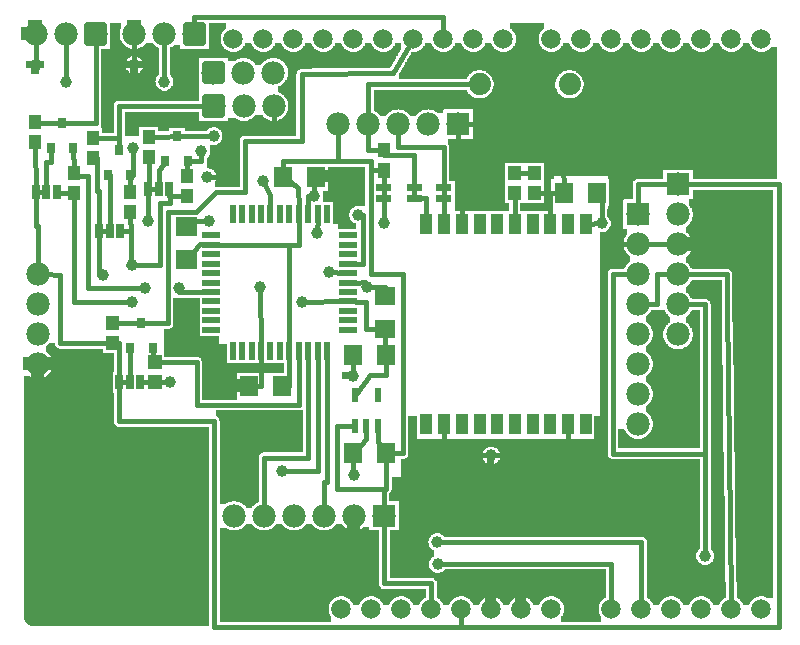
<source format=gtl>
G04 MADE WITH FRITZING*
G04 WWW.FRITZING.ORG*
G04 DOUBLE SIDED*
G04 HOLES PLATED*
G04 CONTOUR ON CENTER OF CONTOUR VECTOR*
%ASAXBY*%
%FSLAX23Y23*%
%MOIN*%
%OFA0B0*%
%SFA1.0B1.0*%
%ADD10C,0.075000*%
%ADD11C,0.074000*%
%ADD12C,0.039370*%
%ADD13C,0.078000*%
%ADD14C,0.065278*%
%ADD15R,0.039370X0.070866*%
%ADD16R,0.039370X0.070865*%
%ADD17R,0.059055X0.019685*%
%ADD18R,0.019685X0.059055*%
%ADD19R,0.078000X0.078000*%
%ADD20R,0.021654X0.047244*%
%ADD21R,0.043307X0.047244*%
%ADD22R,0.062992X0.070866*%
%ADD23R,0.070866X0.062992*%
%ADD24R,0.025000X0.050000*%
%ADD25R,0.031496X0.035433*%
%ADD26C,0.016000*%
%ADD27C,0.020000*%
%LNCOPPER1*%
G90*
G70*
G54D10*
X722Y1600D03*
X1120Y1513D03*
X2332Y1419D03*
X705Y877D03*
X132Y791D03*
X764Y695D03*
X1990Y1898D03*
X2199Y897D03*
X786Y296D03*
G54D11*
X1571Y1854D03*
X1871Y1854D03*
X1571Y1854D03*
X1871Y1854D03*
G54D12*
X2323Y282D03*
G54D13*
X99Y1222D03*
X99Y1122D03*
X99Y1022D03*
X99Y922D03*
G54D14*
X2110Y105D03*
X2210Y105D03*
X2310Y105D03*
X2410Y105D03*
X2510Y105D03*
X1650Y2005D03*
X1550Y2005D03*
X1450Y2005D03*
X1350Y2005D03*
X1250Y2005D03*
X1150Y2005D03*
X1050Y2005D03*
X950Y2005D03*
X850Y2005D03*
X750Y2005D03*
X2510Y2005D03*
X2410Y2005D03*
X2310Y2005D03*
X2210Y2005D03*
X2110Y2005D03*
X2010Y2005D03*
X1910Y2005D03*
X1810Y2005D03*
X1210Y105D03*
X1110Y105D03*
X1310Y105D03*
X1410Y105D03*
X1510Y105D03*
X1610Y105D03*
X1710Y105D03*
X1810Y105D03*
X2010Y105D03*
G54D13*
X2233Y1520D03*
X2233Y1420D03*
X2233Y1320D03*
X2233Y1220D03*
X2233Y1120D03*
X2233Y1020D03*
X1253Y416D03*
X1153Y416D03*
X1053Y416D03*
X953Y416D03*
X853Y416D03*
X753Y416D03*
X1499Y1722D03*
X1399Y1722D03*
X1299Y1722D03*
X1199Y1722D03*
X1099Y1722D03*
X685Y1781D03*
X785Y1781D03*
X885Y1781D03*
X684Y1893D03*
X784Y1893D03*
X884Y1893D03*
X291Y2022D03*
X191Y2022D03*
X91Y2022D03*
X620Y2021D03*
X520Y2021D03*
X420Y2021D03*
X2099Y1422D03*
X2099Y1322D03*
X2099Y1222D03*
X2099Y1122D03*
X2099Y1022D03*
X2099Y922D03*
X2099Y822D03*
X2099Y722D03*
G54D12*
X1433Y255D03*
X1430Y328D03*
X1030Y1357D03*
X91Y1919D03*
X420Y1919D03*
X191Y1863D03*
X520Y1863D03*
X412Y1128D03*
X978Y1129D03*
X1018Y1483D03*
X668Y1399D03*
X315Y1219D03*
X849Y1531D03*
X416Y1641D03*
X412Y1253D03*
X466Y1397D03*
X644Y1630D03*
X1069Y1227D03*
X911Y564D03*
X1150Y881D03*
X1151Y550D03*
X1195Y1177D03*
X1166Y1419D03*
X840Y1179D03*
X685Y1682D03*
X540Y861D03*
X570Y1175D03*
X455Y1175D03*
X664Y1546D03*
X1610Y617D03*
X1252Y1390D03*
X1979Y1390D03*
G54D15*
X1512Y720D03*
X1453Y720D03*
G54D16*
X1866Y1389D03*
X1925Y1389D03*
G54D15*
X1748Y720D03*
G54D16*
X1807Y1389D03*
X1748Y1389D03*
X1689Y1389D03*
G54D15*
X1571Y720D03*
G54D16*
X1630Y1389D03*
X1571Y1389D03*
X1512Y1389D03*
G54D15*
X1394Y720D03*
X1866Y720D03*
X1630Y720D03*
X1689Y720D03*
G54D16*
X1453Y1389D03*
G54D15*
X1807Y720D03*
G54D16*
X1394Y1389D03*
G54D15*
X1925Y720D03*
G54D17*
X1134Y1225D03*
X1134Y1288D03*
X1134Y1351D03*
G54D18*
X1063Y1422D03*
X1000Y1422D03*
X937Y1422D03*
G54D19*
X2233Y1520D03*
X1253Y416D03*
X1499Y1722D03*
G54D20*
X1157Y715D03*
X1194Y715D03*
X1232Y715D03*
X1232Y817D03*
X1157Y817D03*
G54D19*
X2099Y1422D03*
G54D21*
X218Y1492D03*
X218Y1559D03*
X90Y1660D03*
X90Y1727D03*
X596Y1548D03*
X596Y1481D03*
X406Y1429D03*
X406Y1496D03*
X283Y1608D03*
X283Y1675D03*
X468Y1679D03*
X468Y1612D03*
G54D22*
X1852Y1492D03*
X1962Y1492D03*
X803Y848D03*
X914Y848D03*
G54D23*
X1257Y1148D03*
X1257Y1038D03*
G54D22*
X1150Y625D03*
X1260Y625D03*
X1148Y950D03*
X1258Y950D03*
X915Y1545D03*
X1025Y1545D03*
G54D24*
X303Y1364D03*
X338Y1364D03*
X373Y1364D03*
X370Y860D03*
X405Y860D03*
X440Y860D03*
X161Y1496D03*
X126Y1496D03*
X91Y1496D03*
X467Y1505D03*
X502Y1505D03*
X537Y1505D03*
G54D25*
X332Y1551D03*
X407Y1551D03*
X369Y1634D03*
X407Y974D03*
X482Y974D03*
X444Y1057D03*
X524Y1597D03*
X599Y1597D03*
X562Y1680D03*
X143Y1642D03*
X217Y1642D03*
X180Y1725D03*
G54D26*
X1454Y1419D02*
X1452Y1467D01*
D02*
X1453Y1389D02*
X1454Y1419D01*
D02*
X1199Y1854D02*
X1548Y1854D01*
D02*
X1199Y1746D02*
X1199Y1854D01*
D02*
X2163Y1220D02*
X2163Y1122D01*
D02*
X2208Y1220D02*
X2163Y1220D01*
D02*
X2099Y1520D02*
X2099Y1446D01*
D02*
X2208Y1520D02*
X2099Y1520D01*
D02*
X2124Y1321D02*
X2208Y1320D01*
D02*
X2163Y1122D02*
X2124Y1122D01*
D02*
X2396Y1220D02*
X2257Y1220D01*
D02*
X2396Y1123D02*
X2396Y1220D01*
D02*
X2569Y1520D02*
X2257Y1520D01*
D02*
X2015Y1222D02*
X2075Y1222D01*
D02*
X2015Y623D02*
X2015Y1222D01*
D02*
X2323Y623D02*
X2015Y623D01*
D02*
X2323Y623D02*
X2323Y295D01*
D02*
X2323Y1120D02*
X2323Y623D01*
D02*
X2257Y1120D02*
X2323Y1120D01*
D02*
X484Y1679D02*
X523Y1679D01*
D02*
X523Y1679D02*
X552Y1680D01*
D02*
X671Y1681D02*
X644Y1681D01*
D02*
X644Y1681D02*
X572Y1680D01*
D02*
X580Y1481D02*
X537Y1481D01*
D02*
X537Y1481D02*
X537Y1486D01*
D02*
X91Y1380D02*
X91Y1476D01*
D02*
X99Y1380D02*
X91Y1380D01*
D02*
X99Y1246D02*
X99Y1380D01*
D02*
X1018Y1545D02*
X1025Y1545D01*
D02*
X1018Y1496D02*
X1018Y1545D01*
D02*
X596Y1597D02*
X596Y1566D01*
D02*
X599Y1597D02*
X596Y1597D01*
D02*
X1252Y1516D02*
X1252Y1549D01*
D02*
X1199Y1634D02*
X1236Y1634D01*
D02*
X1394Y1474D02*
X1394Y1419D01*
D02*
X1372Y1474D02*
X1394Y1474D01*
D02*
X595Y1399D02*
X595Y1379D01*
D02*
X654Y1399D02*
X595Y1399D01*
D02*
X1704Y1558D02*
X1738Y1558D01*
D02*
X331Y1364D02*
X310Y1364D01*
D02*
X1000Y1483D02*
X1000Y1446D01*
D02*
X1004Y1483D02*
X1000Y1483D01*
D02*
X1689Y1419D02*
X1688Y1473D01*
D02*
X370Y1676D02*
X299Y1675D01*
D02*
X2410Y131D02*
X2396Y1123D01*
D02*
X338Y1551D02*
X332Y1551D01*
D02*
X338Y1384D02*
X338Y1551D01*
D02*
X406Y1514D02*
X407Y1539D01*
D02*
X297Y1608D02*
X283Y1608D01*
D02*
X297Y1497D02*
X297Y1608D01*
D02*
X303Y1497D02*
X297Y1497D01*
D02*
X303Y1384D02*
X303Y1497D01*
D02*
X855Y1519D02*
X873Y1484D01*
D02*
X416Y1551D02*
X416Y1628D01*
D02*
X407Y1551D02*
X416Y1551D01*
D02*
X370Y1676D02*
X369Y1646D01*
D02*
X369Y1781D02*
X370Y1676D01*
D02*
X1253Y190D02*
X1410Y190D01*
D02*
X399Y1253D02*
X408Y1253D01*
D02*
X1410Y190D02*
X1410Y131D01*
D02*
X408Y1364D02*
X380Y1364D01*
D02*
X639Y1320D02*
X653Y1319D01*
D02*
X617Y1295D02*
X639Y1320D01*
D02*
X1190Y1190D02*
X1188Y1194D01*
D02*
X1208Y1598D02*
X1098Y1598D01*
D02*
X1257Y1177D02*
X1209Y1177D01*
D02*
X1257Y1174D02*
X1257Y1177D01*
D02*
X1452Y1644D02*
X1452Y1516D01*
D02*
X1208Y1223D02*
X1317Y1223D01*
D02*
X1299Y1644D02*
X1452Y1644D01*
D02*
X1299Y1697D02*
X1299Y1644D01*
D02*
X1353Y1617D02*
X1353Y1516D01*
D02*
X1252Y1634D02*
X1252Y1617D01*
D02*
X1176Y652D02*
X1193Y671D01*
D02*
X1199Y1697D02*
X1199Y1634D01*
D02*
X1232Y697D02*
X1232Y663D01*
D02*
X1232Y663D02*
X1238Y655D01*
D02*
X2010Y131D02*
X2010Y255D01*
D02*
X1206Y884D02*
X1162Y824D01*
D02*
X1258Y884D02*
X1206Y884D01*
D02*
X2010Y255D02*
X1446Y255D01*
D02*
X2110Y328D02*
X1444Y328D01*
D02*
X1258Y920D02*
X1258Y884D01*
D02*
X2110Y131D02*
X2110Y328D01*
D02*
X1258Y950D02*
X1257Y953D01*
D02*
X1191Y1038D02*
X1227Y1038D01*
D02*
X1191Y1127D02*
X1191Y1038D01*
D02*
X1337Y1983D02*
X1283Y1890D01*
D02*
X1158Y1129D02*
X1191Y1127D01*
D02*
X505Y928D02*
X628Y928D01*
D02*
X660Y1781D02*
X369Y1781D01*
D02*
X1253Y190D02*
X1253Y391D01*
D02*
X1208Y1598D02*
X1208Y1567D01*
D02*
X1083Y1227D02*
X1110Y1226D01*
D02*
X1317Y1223D02*
X1317Y624D01*
D02*
X1317Y624D02*
X1286Y624D01*
D02*
X644Y1597D02*
X644Y1616D01*
D02*
X609Y1597D02*
X644Y1597D01*
D02*
X1031Y1398D02*
X1030Y1371D01*
D02*
X853Y609D02*
X853Y441D01*
D02*
X1000Y609D02*
X853Y609D01*
D02*
X1000Y941D02*
X1000Y609D01*
D02*
X468Y1594D02*
X468Y1525D01*
D02*
X503Y1568D02*
X502Y1525D01*
D02*
X515Y1585D02*
X503Y1568D01*
D02*
X914Y848D02*
X937Y848D01*
D02*
X1063Y528D02*
X1053Y528D01*
D02*
X1063Y941D02*
X1063Y528D01*
D02*
X1053Y528D02*
X1053Y441D01*
D02*
X474Y1505D02*
X495Y1505D01*
D02*
X466Y1410D02*
X467Y1486D01*
D02*
X426Y1253D02*
X507Y1253D01*
D02*
X507Y1253D02*
X507Y1458D01*
D02*
X620Y2077D02*
X620Y2046D01*
D02*
X1031Y564D02*
X1031Y941D01*
D02*
X924Y564D02*
X1031Y564D01*
D02*
X1450Y2077D02*
X620Y2077D01*
D02*
X1450Y2031D02*
X1450Y2077D01*
D02*
X520Y1996D02*
X520Y1877D01*
D02*
X191Y1877D02*
X191Y1997D01*
D02*
X420Y1932D02*
X420Y1996D01*
D02*
X91Y1997D02*
X91Y1932D01*
D02*
X687Y731D02*
X370Y731D01*
D02*
X687Y44D02*
X687Y731D01*
D02*
X1510Y44D02*
X687Y44D01*
D02*
X1510Y79D02*
X1510Y44D01*
D02*
X2569Y44D02*
X2569Y1520D01*
D02*
X1510Y44D02*
X2569Y44D01*
D02*
X161Y1492D02*
X161Y1496D01*
D02*
X202Y1492D02*
X161Y1492D01*
D02*
X218Y1577D02*
X217Y1630D01*
D02*
X570Y1161D02*
X570Y1162D01*
D02*
X266Y1547D02*
X266Y1175D01*
D02*
X218Y1547D02*
X266Y1547D01*
D02*
X266Y1175D02*
X442Y1175D01*
D02*
X218Y1559D02*
X218Y1547D01*
D02*
X291Y1725D02*
X291Y1997D01*
D02*
X190Y1725D02*
X291Y1725D01*
D02*
X106Y1726D02*
X170Y1725D01*
D02*
X91Y1515D02*
X90Y1642D01*
D02*
X98Y1496D02*
X119Y1496D01*
D02*
X126Y1594D02*
X143Y1594D01*
D02*
X143Y1594D02*
X143Y1630D01*
D02*
X126Y1515D02*
X126Y1594D01*
D02*
X218Y1128D02*
X399Y1128D01*
D02*
X991Y1129D02*
X1110Y1130D01*
D02*
X941Y1527D02*
X967Y1508D01*
D02*
X1150Y564D02*
X1150Y595D01*
D02*
X1150Y894D02*
X1149Y920D01*
D02*
X1181Y1419D02*
X1181Y1255D01*
D02*
X937Y1319D02*
X701Y1319D01*
D02*
X1098Y1598D02*
X1099Y1697D01*
D02*
X968Y1319D02*
X937Y1319D01*
D02*
X937Y989D02*
X937Y1319D01*
D02*
X840Y1166D02*
X842Y989D01*
D02*
X1181Y1255D02*
X1158Y1256D01*
D02*
X1179Y1419D02*
X1181Y1419D01*
D02*
X968Y1319D02*
X968Y1398D01*
D02*
X1098Y1598D02*
X915Y1598D01*
D02*
X915Y1598D02*
X915Y1575D01*
D02*
X484Y962D02*
X486Y946D01*
D02*
X440Y861D02*
X440Y860D01*
D02*
X473Y861D02*
X440Y861D01*
D02*
X407Y962D02*
X405Y880D01*
D02*
X370Y992D02*
X370Y880D01*
D02*
X364Y992D02*
X370Y992D01*
D02*
X434Y1057D02*
X364Y1058D01*
D02*
X533Y1057D02*
X455Y1057D01*
D02*
X533Y1429D02*
X533Y1057D01*
D02*
X625Y1429D02*
X533Y1429D01*
D02*
X789Y1494D02*
X694Y1494D01*
D02*
X789Y1665D02*
X789Y1494D01*
D02*
X694Y1494D02*
X625Y1429D01*
D02*
X979Y1665D02*
X789Y1665D01*
D02*
X628Y786D02*
X968Y786D01*
D02*
X628Y928D02*
X628Y786D01*
D02*
X968Y786D02*
X968Y941D01*
D02*
X527Y861D02*
X505Y861D01*
D02*
X173Y1219D02*
X124Y1221D01*
D02*
X173Y992D02*
X173Y1219D01*
D02*
X332Y992D02*
X173Y992D01*
D02*
X218Y1474D02*
X218Y1128D01*
D02*
X398Y860D02*
X377Y860D01*
D02*
X538Y1458D02*
X538Y1486D01*
D02*
X749Y1704D02*
X749Y1546D01*
D02*
X749Y1546D02*
X678Y1546D01*
D02*
X885Y1704D02*
X749Y1704D01*
D02*
X885Y1757D02*
X885Y1704D01*
D02*
X507Y1458D02*
X538Y1458D01*
D02*
X979Y1888D02*
X979Y1665D01*
D02*
X1283Y1890D02*
X979Y1888D01*
D02*
X303Y1219D02*
X301Y1219D01*
D02*
X303Y1345D02*
X303Y1219D01*
D02*
X570Y1162D02*
X653Y1162D01*
D02*
X370Y731D02*
X370Y841D01*
D02*
X841Y849D02*
X829Y848D01*
D02*
X842Y941D02*
X841Y849D01*
D02*
X937Y848D02*
X937Y941D01*
D02*
X1353Y1502D02*
X1353Y1481D01*
D02*
X1252Y1502D02*
X1252Y1481D01*
D02*
X1257Y953D02*
X1257Y1012D01*
D02*
X873Y1484D02*
X873Y1446D01*
D02*
X967Y1508D02*
X968Y1446D01*
D02*
X1188Y1194D02*
X1158Y1193D01*
D02*
X1252Y1404D02*
X1252Y1467D01*
D02*
X1452Y1481D02*
X1452Y1502D01*
D02*
X408Y1364D02*
X407Y1411D01*
D02*
X408Y1253D02*
X408Y1364D01*
D02*
X1193Y671D02*
X1194Y697D01*
D02*
X1252Y506D02*
X1096Y506D01*
D02*
X1096Y506D02*
X1096Y715D01*
D02*
X1096Y715D02*
X1151Y715D01*
D02*
X1260Y506D02*
X1260Y595D01*
D02*
X1252Y506D02*
X1260Y506D01*
D02*
X1253Y441D02*
X1252Y506D01*
D02*
X1849Y1564D02*
X1851Y1522D01*
D02*
X2018Y1564D02*
X1849Y1564D01*
D02*
X2075Y1322D02*
X2018Y1322D01*
D02*
X2018Y1322D02*
X2018Y1564D01*
D02*
X1866Y617D02*
X1866Y690D01*
D02*
X1624Y617D02*
X1866Y617D01*
D02*
X1453Y617D02*
X1597Y617D01*
D02*
X1453Y690D02*
X1453Y617D01*
D02*
X1807Y1492D02*
X1826Y1492D01*
D02*
X1770Y1492D02*
X1807Y1492D01*
D02*
X1807Y1419D02*
X1807Y1492D01*
D02*
X1252Y1617D02*
X1353Y1617D01*
D02*
X1939Y1389D02*
X1965Y1390D01*
D02*
X1979Y1404D02*
X1979Y1492D01*
D02*
X1979Y1492D02*
X1962Y1492D01*
D02*
X1849Y1722D02*
X1524Y1722D01*
D02*
X1849Y1564D02*
X1849Y1722D01*
D02*
X1499Y1591D02*
X1499Y1697D01*
D02*
X1512Y1591D02*
X1499Y1591D01*
D02*
X1512Y1419D02*
X1512Y1591D01*
D02*
X1208Y1567D02*
X1208Y1223D01*
D02*
X1208Y1567D02*
X1236Y1567D01*
G36*
X340Y2059D02*
X340Y1973D01*
X310Y1973D01*
X310Y1971D01*
X414Y1971D01*
X414Y1973D01*
X406Y1973D01*
X406Y1975D01*
X400Y1975D01*
X400Y1977D01*
X396Y1977D01*
X396Y1979D01*
X394Y1979D01*
X394Y1981D01*
X390Y1981D01*
X390Y1983D01*
X388Y1983D01*
X388Y1985D01*
X386Y1985D01*
X386Y1987D01*
X384Y1987D01*
X384Y1989D01*
X382Y1989D01*
X382Y1991D01*
X380Y1991D01*
X380Y1995D01*
X378Y1995D01*
X378Y1999D01*
X376Y1999D01*
X376Y2003D01*
X374Y2003D01*
X374Y2009D01*
X372Y2009D01*
X372Y2031D01*
X374Y2031D01*
X374Y2039D01*
X376Y2039D01*
X376Y2059D01*
X340Y2059D01*
G37*
D02*
G36*
X670Y2059D02*
X670Y1971D01*
X722Y1971D01*
X722Y1973D01*
X720Y1973D01*
X720Y1975D01*
X718Y1975D01*
X718Y1979D01*
X716Y1979D01*
X716Y1981D01*
X714Y1981D01*
X714Y1985D01*
X712Y1985D01*
X712Y1987D01*
X710Y1987D01*
X710Y1995D01*
X708Y1995D01*
X708Y2015D01*
X710Y2015D01*
X710Y2021D01*
X712Y2021D01*
X712Y2025D01*
X714Y2025D01*
X714Y2029D01*
X716Y2029D01*
X716Y2031D01*
X718Y2031D01*
X718Y2033D01*
X720Y2033D01*
X720Y2035D01*
X722Y2035D01*
X722Y2037D01*
X724Y2037D01*
X724Y2039D01*
X726Y2039D01*
X726Y2059D01*
X670Y2059D01*
G37*
D02*
G36*
X460Y1993D02*
X460Y1991D01*
X458Y1991D01*
X458Y1989D01*
X456Y1989D01*
X456Y1985D01*
X452Y1985D01*
X452Y1983D01*
X450Y1983D01*
X450Y1981D01*
X448Y1981D01*
X448Y1979D01*
X444Y1979D01*
X444Y1977D01*
X440Y1977D01*
X440Y1975D01*
X434Y1975D01*
X434Y1973D01*
X426Y1973D01*
X426Y1971D01*
X502Y1971D01*
X502Y1975D01*
X500Y1975D01*
X500Y1977D01*
X496Y1977D01*
X496Y1979D01*
X494Y1979D01*
X494Y1981D01*
X490Y1981D01*
X490Y1983D01*
X488Y1983D01*
X488Y1985D01*
X486Y1985D01*
X486Y1987D01*
X484Y1987D01*
X484Y1989D01*
X482Y1989D01*
X482Y1991D01*
X480Y1991D01*
X480Y1993D01*
X460Y1993D01*
G37*
D02*
G36*
X790Y1993D02*
X790Y1987D01*
X788Y1987D01*
X788Y1983D01*
X786Y1983D01*
X786Y1981D01*
X784Y1981D01*
X784Y1977D01*
X782Y1977D01*
X782Y1975D01*
X780Y1975D01*
X780Y1973D01*
X778Y1973D01*
X778Y1971D01*
X776Y1971D01*
X776Y1969D01*
X772Y1969D01*
X772Y1967D01*
X768Y1967D01*
X768Y1965D01*
X762Y1965D01*
X762Y1963D01*
X752Y1963D01*
X752Y1961D01*
X848Y1961D01*
X848Y1963D01*
X838Y1963D01*
X838Y1965D01*
X832Y1965D01*
X832Y1967D01*
X828Y1967D01*
X828Y1969D01*
X826Y1969D01*
X826Y1971D01*
X822Y1971D01*
X822Y1973D01*
X820Y1973D01*
X820Y1975D01*
X818Y1975D01*
X818Y1979D01*
X816Y1979D01*
X816Y1981D01*
X814Y1981D01*
X814Y1985D01*
X812Y1985D01*
X812Y1987D01*
X810Y1987D01*
X810Y1993D01*
X790Y1993D01*
G37*
D02*
G36*
X890Y1993D02*
X890Y1987D01*
X888Y1987D01*
X888Y1983D01*
X886Y1983D01*
X886Y1981D01*
X884Y1981D01*
X884Y1977D01*
X882Y1977D01*
X882Y1975D01*
X880Y1975D01*
X880Y1973D01*
X878Y1973D01*
X878Y1971D01*
X876Y1971D01*
X876Y1969D01*
X872Y1969D01*
X872Y1967D01*
X868Y1967D01*
X868Y1965D01*
X862Y1965D01*
X862Y1963D01*
X852Y1963D01*
X852Y1961D01*
X948Y1961D01*
X948Y1963D01*
X938Y1963D01*
X938Y1965D01*
X932Y1965D01*
X932Y1967D01*
X928Y1967D01*
X928Y1969D01*
X926Y1969D01*
X926Y1971D01*
X922Y1971D01*
X922Y1973D01*
X920Y1973D01*
X920Y1975D01*
X918Y1975D01*
X918Y1979D01*
X916Y1979D01*
X916Y1981D01*
X914Y1981D01*
X914Y1985D01*
X912Y1985D01*
X912Y1987D01*
X910Y1987D01*
X910Y1993D01*
X890Y1993D01*
G37*
D02*
G36*
X990Y1993D02*
X990Y1987D01*
X988Y1987D01*
X988Y1983D01*
X986Y1983D01*
X986Y1981D01*
X984Y1981D01*
X984Y1977D01*
X982Y1977D01*
X982Y1975D01*
X980Y1975D01*
X980Y1973D01*
X978Y1973D01*
X978Y1971D01*
X976Y1971D01*
X976Y1969D01*
X972Y1969D01*
X972Y1967D01*
X968Y1967D01*
X968Y1965D01*
X962Y1965D01*
X962Y1963D01*
X952Y1963D01*
X952Y1961D01*
X1048Y1961D01*
X1048Y1963D01*
X1038Y1963D01*
X1038Y1965D01*
X1032Y1965D01*
X1032Y1967D01*
X1028Y1967D01*
X1028Y1969D01*
X1026Y1969D01*
X1026Y1971D01*
X1024Y1971D01*
X1024Y1973D01*
X1020Y1973D01*
X1020Y1975D01*
X1018Y1975D01*
X1018Y1979D01*
X1016Y1979D01*
X1016Y1981D01*
X1014Y1981D01*
X1014Y1985D01*
X1012Y1985D01*
X1012Y1987D01*
X1010Y1987D01*
X1010Y1993D01*
X990Y1993D01*
G37*
D02*
G36*
X1090Y1993D02*
X1090Y1987D01*
X1088Y1987D01*
X1088Y1983D01*
X1086Y1983D01*
X1086Y1981D01*
X1084Y1981D01*
X1084Y1977D01*
X1082Y1977D01*
X1082Y1975D01*
X1080Y1975D01*
X1080Y1973D01*
X1078Y1973D01*
X1078Y1971D01*
X1076Y1971D01*
X1076Y1969D01*
X1072Y1969D01*
X1072Y1967D01*
X1068Y1967D01*
X1068Y1965D01*
X1062Y1965D01*
X1062Y1963D01*
X1052Y1963D01*
X1052Y1961D01*
X1148Y1961D01*
X1148Y1963D01*
X1138Y1963D01*
X1138Y1965D01*
X1132Y1965D01*
X1132Y1967D01*
X1128Y1967D01*
X1128Y1969D01*
X1126Y1969D01*
X1126Y1971D01*
X1124Y1971D01*
X1124Y1973D01*
X1120Y1973D01*
X1120Y1975D01*
X1118Y1975D01*
X1118Y1979D01*
X1116Y1979D01*
X1116Y1981D01*
X1114Y1981D01*
X1114Y1985D01*
X1112Y1985D01*
X1112Y1987D01*
X1110Y1987D01*
X1110Y1993D01*
X1090Y1993D01*
G37*
D02*
G36*
X1190Y1993D02*
X1190Y1987D01*
X1188Y1987D01*
X1188Y1983D01*
X1186Y1983D01*
X1186Y1981D01*
X1184Y1981D01*
X1184Y1977D01*
X1182Y1977D01*
X1182Y1975D01*
X1180Y1975D01*
X1180Y1973D01*
X1178Y1973D01*
X1178Y1971D01*
X1176Y1971D01*
X1176Y1969D01*
X1172Y1969D01*
X1172Y1967D01*
X1168Y1967D01*
X1168Y1965D01*
X1162Y1965D01*
X1162Y1963D01*
X1152Y1963D01*
X1152Y1961D01*
X1248Y1961D01*
X1248Y1963D01*
X1238Y1963D01*
X1238Y1965D01*
X1232Y1965D01*
X1232Y1967D01*
X1228Y1967D01*
X1228Y1969D01*
X1226Y1969D01*
X1226Y1971D01*
X1224Y1971D01*
X1224Y1973D01*
X1220Y1973D01*
X1220Y1975D01*
X1218Y1975D01*
X1218Y1979D01*
X1216Y1979D01*
X1216Y1981D01*
X1214Y1981D01*
X1214Y1985D01*
X1212Y1985D01*
X1212Y1987D01*
X1210Y1987D01*
X1210Y1993D01*
X1190Y1993D01*
G37*
D02*
G36*
X1290Y1993D02*
X1290Y1987D01*
X1288Y1987D01*
X1288Y1983D01*
X1286Y1983D01*
X1286Y1981D01*
X1284Y1981D01*
X1284Y1977D01*
X1282Y1977D01*
X1282Y1975D01*
X1280Y1975D01*
X1280Y1973D01*
X1278Y1973D01*
X1278Y1971D01*
X1276Y1971D01*
X1276Y1969D01*
X1272Y1969D01*
X1272Y1967D01*
X1268Y1967D01*
X1268Y1965D01*
X1262Y1965D01*
X1262Y1963D01*
X1252Y1963D01*
X1252Y1961D01*
X1304Y1961D01*
X1304Y1963D01*
X1306Y1963D01*
X1306Y1967D01*
X1308Y1967D01*
X1308Y1969D01*
X1310Y1969D01*
X1310Y1993D01*
X1290Y1993D01*
G37*
D02*
G36*
X552Y1985D02*
X552Y1983D01*
X550Y1983D01*
X550Y1981D01*
X548Y1981D01*
X548Y1979D01*
X544Y1979D01*
X544Y1977D01*
X540Y1977D01*
X540Y1975D01*
X538Y1975D01*
X538Y1971D01*
X572Y1971D01*
X572Y1985D01*
X552Y1985D01*
G37*
D02*
G36*
X310Y1971D02*
X310Y1969D01*
X502Y1969D01*
X502Y1971D01*
X310Y1971D01*
G37*
D02*
G36*
X310Y1971D02*
X310Y1969D01*
X502Y1969D01*
X502Y1971D01*
X310Y1971D01*
G37*
D02*
G36*
X538Y1971D02*
X538Y1969D01*
X726Y1969D01*
X726Y1971D01*
X538Y1971D01*
G37*
D02*
G36*
X538Y1971D02*
X538Y1969D01*
X726Y1969D01*
X726Y1971D01*
X538Y1971D01*
G37*
D02*
G36*
X310Y1969D02*
X310Y1947D01*
X430Y1947D01*
X430Y1945D01*
X434Y1945D01*
X434Y1943D01*
X438Y1943D01*
X438Y1941D01*
X440Y1941D01*
X440Y1939D01*
X442Y1939D01*
X442Y1937D01*
X444Y1937D01*
X444Y1935D01*
X446Y1935D01*
X446Y1931D01*
X448Y1931D01*
X448Y1925D01*
X450Y1925D01*
X450Y1911D01*
X448Y1911D01*
X448Y1905D01*
X446Y1905D01*
X446Y1901D01*
X444Y1901D01*
X444Y1899D01*
X442Y1899D01*
X442Y1897D01*
X440Y1897D01*
X440Y1895D01*
X438Y1895D01*
X438Y1893D01*
X434Y1893D01*
X434Y1891D01*
X428Y1891D01*
X428Y1889D01*
X502Y1889D01*
X502Y1969D01*
X310Y1969D01*
G37*
D02*
G36*
X538Y1969D02*
X538Y1961D01*
X748Y1961D01*
X748Y1963D01*
X738Y1963D01*
X738Y1965D01*
X732Y1965D01*
X732Y1967D01*
X728Y1967D01*
X728Y1969D01*
X538Y1969D01*
G37*
D02*
G36*
X538Y1961D02*
X538Y1959D01*
X1304Y1959D01*
X1304Y1961D01*
X538Y1961D01*
G37*
D02*
G36*
X538Y1961D02*
X538Y1959D01*
X1304Y1959D01*
X1304Y1961D01*
X538Y1961D01*
G37*
D02*
G36*
X538Y1961D02*
X538Y1959D01*
X1304Y1959D01*
X1304Y1961D01*
X538Y1961D01*
G37*
D02*
G36*
X538Y1961D02*
X538Y1959D01*
X1304Y1959D01*
X1304Y1961D01*
X538Y1961D01*
G37*
D02*
G36*
X538Y1961D02*
X538Y1959D01*
X1304Y1959D01*
X1304Y1961D01*
X538Y1961D01*
G37*
D02*
G36*
X538Y1961D02*
X538Y1959D01*
X1304Y1959D01*
X1304Y1961D01*
X538Y1961D01*
G37*
D02*
G36*
X538Y1961D02*
X538Y1959D01*
X1304Y1959D01*
X1304Y1961D01*
X538Y1961D01*
G37*
D02*
G36*
X538Y1959D02*
X538Y1941D01*
X896Y1941D01*
X896Y1939D01*
X904Y1939D01*
X904Y1937D01*
X906Y1937D01*
X906Y1935D01*
X910Y1935D01*
X910Y1933D01*
X914Y1933D01*
X914Y1931D01*
X916Y1931D01*
X916Y1929D01*
X918Y1929D01*
X918Y1927D01*
X920Y1927D01*
X920Y1925D01*
X922Y1925D01*
X922Y1923D01*
X924Y1923D01*
X924Y1919D01*
X926Y1919D01*
X926Y1915D01*
X928Y1915D01*
X928Y1913D01*
X930Y1913D01*
X930Y1907D01*
X932Y1907D01*
X932Y1895D01*
X934Y1895D01*
X934Y1891D01*
X932Y1891D01*
X932Y1879D01*
X930Y1879D01*
X930Y1873D01*
X928Y1873D01*
X928Y1869D01*
X926Y1869D01*
X926Y1867D01*
X924Y1867D01*
X924Y1863D01*
X922Y1863D01*
X922Y1861D01*
X920Y1861D01*
X920Y1859D01*
X918Y1859D01*
X918Y1857D01*
X916Y1857D01*
X916Y1855D01*
X914Y1855D01*
X914Y1853D01*
X910Y1853D01*
X910Y1851D01*
X908Y1851D01*
X908Y1849D01*
X904Y1849D01*
X904Y1847D01*
X898Y1847D01*
X898Y1827D01*
X904Y1827D01*
X904Y1825D01*
X908Y1825D01*
X908Y1823D01*
X912Y1823D01*
X912Y1821D01*
X914Y1821D01*
X914Y1819D01*
X916Y1819D01*
X916Y1817D01*
X918Y1817D01*
X918Y1815D01*
X920Y1815D01*
X920Y1813D01*
X922Y1813D01*
X922Y1811D01*
X924Y1811D01*
X924Y1809D01*
X926Y1809D01*
X926Y1805D01*
X928Y1805D01*
X928Y1801D01*
X930Y1801D01*
X930Y1797D01*
X932Y1797D01*
X932Y1789D01*
X934Y1789D01*
X934Y1773D01*
X932Y1773D01*
X932Y1765D01*
X930Y1765D01*
X930Y1761D01*
X928Y1761D01*
X928Y1757D01*
X926Y1757D01*
X926Y1753D01*
X924Y1753D01*
X924Y1751D01*
X922Y1751D01*
X922Y1749D01*
X920Y1749D01*
X920Y1747D01*
X918Y1747D01*
X918Y1745D01*
X916Y1745D01*
X916Y1743D01*
X914Y1743D01*
X914Y1741D01*
X912Y1741D01*
X912Y1739D01*
X908Y1739D01*
X908Y1737D01*
X904Y1737D01*
X904Y1735D01*
X898Y1735D01*
X898Y1733D01*
X960Y1733D01*
X960Y1889D01*
X962Y1889D01*
X962Y1895D01*
X964Y1895D01*
X964Y1899D01*
X966Y1899D01*
X966Y1901D01*
X968Y1901D01*
X968Y1903D01*
X972Y1903D01*
X972Y1905D01*
X1014Y1905D01*
X1014Y1907D01*
X1272Y1907D01*
X1272Y1909D01*
X1274Y1909D01*
X1274Y1913D01*
X1276Y1913D01*
X1276Y1915D01*
X1278Y1915D01*
X1278Y1919D01*
X1280Y1919D01*
X1280Y1923D01*
X1282Y1923D01*
X1282Y1925D01*
X1284Y1925D01*
X1284Y1929D01*
X1286Y1929D01*
X1286Y1933D01*
X1288Y1933D01*
X1288Y1935D01*
X1290Y1935D01*
X1290Y1939D01*
X1292Y1939D01*
X1292Y1943D01*
X1294Y1943D01*
X1294Y1947D01*
X1296Y1947D01*
X1296Y1949D01*
X1298Y1949D01*
X1298Y1953D01*
X1300Y1953D01*
X1300Y1957D01*
X1302Y1957D01*
X1302Y1959D01*
X538Y1959D01*
G37*
D02*
G36*
X310Y1947D02*
X310Y1889D01*
X412Y1889D01*
X412Y1891D01*
X408Y1891D01*
X408Y1893D01*
X404Y1893D01*
X404Y1895D01*
X402Y1895D01*
X402Y1897D01*
X398Y1897D01*
X398Y1901D01*
X396Y1901D01*
X396Y1903D01*
X394Y1903D01*
X394Y1907D01*
X392Y1907D01*
X392Y1917D01*
X390Y1917D01*
X390Y1921D01*
X392Y1921D01*
X392Y1929D01*
X394Y1929D01*
X394Y1933D01*
X396Y1933D01*
X396Y1937D01*
X398Y1937D01*
X398Y1939D01*
X400Y1939D01*
X400Y1941D01*
X402Y1941D01*
X402Y1943D01*
X406Y1943D01*
X406Y1945D01*
X410Y1945D01*
X410Y1947D01*
X310Y1947D01*
G37*
D02*
G36*
X538Y1941D02*
X538Y1885D01*
X542Y1885D01*
X542Y1881D01*
X544Y1881D01*
X544Y1879D01*
X546Y1879D01*
X546Y1875D01*
X548Y1875D01*
X548Y1871D01*
X550Y1871D01*
X550Y1855D01*
X548Y1855D01*
X548Y1849D01*
X546Y1849D01*
X546Y1847D01*
X544Y1847D01*
X544Y1843D01*
X542Y1843D01*
X542Y1841D01*
X540Y1841D01*
X540Y1839D01*
X536Y1839D01*
X536Y1837D01*
X534Y1837D01*
X534Y1835D01*
X528Y1835D01*
X528Y1833D01*
X636Y1833D01*
X636Y1941D01*
X538Y1941D01*
G37*
D02*
G36*
X734Y1941D02*
X734Y1931D01*
X756Y1931D01*
X756Y1933D01*
X758Y1933D01*
X758Y1935D01*
X762Y1935D01*
X762Y1937D01*
X766Y1937D01*
X766Y1939D01*
X772Y1939D01*
X772Y1941D01*
X734Y1941D01*
G37*
D02*
G36*
X796Y1941D02*
X796Y1939D01*
X804Y1939D01*
X804Y1937D01*
X806Y1937D01*
X806Y1935D01*
X810Y1935D01*
X810Y1933D01*
X814Y1933D01*
X814Y1931D01*
X816Y1931D01*
X816Y1929D01*
X818Y1929D01*
X818Y1927D01*
X820Y1927D01*
X820Y1925D01*
X822Y1925D01*
X822Y1923D01*
X824Y1923D01*
X824Y1919D01*
X844Y1919D01*
X844Y1923D01*
X846Y1923D01*
X846Y1925D01*
X848Y1925D01*
X848Y1927D01*
X850Y1927D01*
X850Y1929D01*
X852Y1929D01*
X852Y1931D01*
X856Y1931D01*
X856Y1933D01*
X858Y1933D01*
X858Y1935D01*
X862Y1935D01*
X862Y1937D01*
X866Y1937D01*
X866Y1939D01*
X872Y1939D01*
X872Y1941D01*
X796Y1941D01*
G37*
D02*
G36*
X310Y1889D02*
X310Y1887D01*
X502Y1887D01*
X502Y1889D01*
X310Y1889D01*
G37*
D02*
G36*
X310Y1889D02*
X310Y1887D01*
X502Y1887D01*
X502Y1889D01*
X310Y1889D01*
G37*
D02*
G36*
X310Y1887D02*
X310Y1833D01*
X514Y1833D01*
X514Y1835D01*
X508Y1835D01*
X508Y1837D01*
X504Y1837D01*
X504Y1839D01*
X502Y1839D01*
X502Y1841D01*
X500Y1841D01*
X500Y1843D01*
X498Y1843D01*
X498Y1845D01*
X496Y1845D01*
X496Y1847D01*
X494Y1847D01*
X494Y1851D01*
X492Y1851D01*
X492Y1861D01*
X490Y1861D01*
X490Y1865D01*
X492Y1865D01*
X492Y1873D01*
X494Y1873D01*
X494Y1877D01*
X496Y1877D01*
X496Y1881D01*
X498Y1881D01*
X498Y1883D01*
X500Y1883D01*
X500Y1885D01*
X502Y1885D01*
X502Y1887D01*
X310Y1887D01*
G37*
D02*
G36*
X310Y1833D02*
X310Y1831D01*
X636Y1831D01*
X636Y1833D01*
X310Y1833D01*
G37*
D02*
G36*
X310Y1833D02*
X310Y1831D01*
X636Y1831D01*
X636Y1833D01*
X310Y1833D01*
G37*
D02*
G36*
X310Y1831D02*
X310Y1709D01*
X314Y1709D01*
X314Y1693D01*
X352Y1693D01*
X352Y1789D01*
X354Y1789D01*
X354Y1791D01*
X356Y1791D01*
X356Y1795D01*
X360Y1795D01*
X360Y1797D01*
X364Y1797D01*
X364Y1799D01*
X636Y1799D01*
X636Y1831D01*
X310Y1831D01*
G37*
D02*
G36*
X388Y1763D02*
X388Y1733D01*
X636Y1733D01*
X636Y1763D01*
X388Y1763D01*
G37*
D02*
G36*
X824Y1753D02*
X824Y1751D01*
X822Y1751D01*
X822Y1749D01*
X820Y1749D01*
X820Y1747D01*
X818Y1747D01*
X818Y1745D01*
X816Y1745D01*
X816Y1743D01*
X814Y1743D01*
X814Y1741D01*
X812Y1741D01*
X812Y1739D01*
X808Y1739D01*
X808Y1737D01*
X804Y1737D01*
X804Y1735D01*
X798Y1735D01*
X798Y1733D01*
X872Y1733D01*
X872Y1735D01*
X866Y1735D01*
X866Y1737D01*
X862Y1737D01*
X862Y1739D01*
X858Y1739D01*
X858Y1741D01*
X856Y1741D01*
X856Y1743D01*
X852Y1743D01*
X852Y1745D01*
X850Y1745D01*
X850Y1747D01*
X848Y1747D01*
X848Y1751D01*
X846Y1751D01*
X846Y1753D01*
X824Y1753D01*
G37*
D02*
G36*
X734Y1743D02*
X734Y1733D01*
X772Y1733D01*
X772Y1735D01*
X766Y1735D01*
X766Y1737D01*
X762Y1737D01*
X762Y1739D01*
X758Y1739D01*
X758Y1741D01*
X756Y1741D01*
X756Y1743D01*
X734Y1743D01*
G37*
D02*
G36*
X388Y1733D02*
X388Y1731D01*
X960Y1731D01*
X960Y1733D01*
X388Y1733D01*
G37*
D02*
G36*
X388Y1733D02*
X388Y1731D01*
X960Y1731D01*
X960Y1733D01*
X388Y1733D01*
G37*
D02*
G36*
X388Y1733D02*
X388Y1731D01*
X960Y1731D01*
X960Y1733D01*
X388Y1733D01*
G37*
D02*
G36*
X388Y1733D02*
X388Y1731D01*
X960Y1731D01*
X960Y1733D01*
X388Y1733D01*
G37*
D02*
G36*
X388Y1731D02*
X388Y1713D01*
X500Y1713D01*
X500Y1711D01*
X692Y1711D01*
X692Y1709D01*
X698Y1709D01*
X698Y1707D01*
X700Y1707D01*
X700Y1705D01*
X704Y1705D01*
X704Y1703D01*
X706Y1703D01*
X706Y1701D01*
X708Y1701D01*
X708Y1699D01*
X710Y1699D01*
X710Y1695D01*
X712Y1695D01*
X712Y1689D01*
X714Y1689D01*
X714Y1673D01*
X712Y1673D01*
X712Y1667D01*
X710Y1667D01*
X710Y1665D01*
X708Y1665D01*
X708Y1661D01*
X706Y1661D01*
X706Y1659D01*
X704Y1659D01*
X704Y1657D01*
X700Y1657D01*
X700Y1655D01*
X696Y1655D01*
X696Y1653D01*
X690Y1653D01*
X690Y1651D01*
X674Y1651D01*
X674Y1623D01*
X672Y1623D01*
X672Y1617D01*
X670Y1617D01*
X670Y1613D01*
X668Y1613D01*
X668Y1611D01*
X666Y1611D01*
X666Y1609D01*
X664Y1609D01*
X664Y1607D01*
X662Y1607D01*
X662Y1575D01*
X670Y1575D01*
X670Y1573D01*
X676Y1573D01*
X676Y1571D01*
X680Y1571D01*
X680Y1569D01*
X682Y1569D01*
X682Y1567D01*
X686Y1567D01*
X686Y1563D01*
X688Y1563D01*
X688Y1561D01*
X690Y1561D01*
X690Y1557D01*
X692Y1557D01*
X692Y1551D01*
X694Y1551D01*
X694Y1539D01*
X692Y1539D01*
X692Y1533D01*
X690Y1533D01*
X690Y1511D01*
X772Y1511D01*
X772Y1671D01*
X774Y1671D01*
X774Y1675D01*
X776Y1675D01*
X776Y1677D01*
X778Y1677D01*
X778Y1679D01*
X780Y1679D01*
X780Y1681D01*
X786Y1681D01*
X786Y1683D01*
X960Y1683D01*
X960Y1731D01*
X388Y1731D01*
G37*
D02*
G36*
X388Y1713D02*
X388Y1683D01*
X436Y1683D01*
X436Y1711D01*
X438Y1711D01*
X438Y1713D01*
X388Y1713D01*
G37*
D02*
G36*
X500Y1711D02*
X500Y1707D01*
X588Y1707D01*
X588Y1699D01*
X662Y1699D01*
X662Y1701D01*
X664Y1701D01*
X664Y1703D01*
X666Y1703D01*
X666Y1705D01*
X668Y1705D01*
X668Y1707D01*
X672Y1707D01*
X672Y1709D01*
X678Y1709D01*
X678Y1711D01*
X500Y1711D01*
G37*
D02*
G36*
X500Y1707D02*
X500Y1697D01*
X536Y1697D01*
X536Y1707D01*
X500Y1707D01*
G37*
D02*
G36*
X1066Y1579D02*
X1066Y1499D01*
X1048Y1499D01*
X1048Y1461D01*
X1082Y1461D01*
X1082Y1389D01*
X1100Y1389D01*
X1100Y1371D01*
X1158Y1371D01*
X1158Y1391D01*
X1152Y1391D01*
X1152Y1393D01*
X1150Y1393D01*
X1150Y1395D01*
X1146Y1395D01*
X1146Y1397D01*
X1144Y1397D01*
X1144Y1399D01*
X1142Y1399D01*
X1142Y1403D01*
X1140Y1403D01*
X1140Y1407D01*
X1138Y1407D01*
X1138Y1413D01*
X1136Y1413D01*
X1136Y1425D01*
X1138Y1425D01*
X1138Y1431D01*
X1140Y1431D01*
X1140Y1435D01*
X1142Y1435D01*
X1142Y1437D01*
X1144Y1437D01*
X1144Y1439D01*
X1146Y1439D01*
X1146Y1441D01*
X1148Y1441D01*
X1148Y1443D01*
X1152Y1443D01*
X1152Y1445D01*
X1156Y1445D01*
X1156Y1447D01*
X1190Y1447D01*
X1190Y1579D01*
X1066Y1579D01*
G37*
D02*
G36*
X2282Y1501D02*
X2282Y1471D01*
X2270Y1471D01*
X2270Y1449D01*
X2272Y1449D01*
X2272Y1447D01*
X2274Y1447D01*
X2274Y1443D01*
X2276Y1443D01*
X2276Y1441D01*
X2278Y1441D01*
X2278Y1435D01*
X2280Y1435D01*
X2280Y1427D01*
X2282Y1427D01*
X2282Y1413D01*
X2280Y1413D01*
X2280Y1405D01*
X2278Y1405D01*
X2278Y1399D01*
X2276Y1399D01*
X2276Y1395D01*
X2274Y1395D01*
X2274Y1393D01*
X2272Y1393D01*
X2272Y1389D01*
X2270Y1389D01*
X2270Y1387D01*
X2268Y1387D01*
X2268Y1385D01*
X2266Y1385D01*
X2266Y1383D01*
X2264Y1383D01*
X2264Y1381D01*
X2262Y1381D01*
X2262Y1379D01*
X2260Y1379D01*
X2260Y1359D01*
X2262Y1359D01*
X2262Y1357D01*
X2266Y1357D01*
X2266Y1355D01*
X2268Y1355D01*
X2268Y1353D01*
X2270Y1353D01*
X2270Y1349D01*
X2272Y1349D01*
X2272Y1347D01*
X2274Y1347D01*
X2274Y1343D01*
X2276Y1343D01*
X2276Y1341D01*
X2278Y1341D01*
X2278Y1335D01*
X2280Y1335D01*
X2280Y1327D01*
X2282Y1327D01*
X2282Y1313D01*
X2280Y1313D01*
X2280Y1305D01*
X2278Y1305D01*
X2278Y1299D01*
X2276Y1299D01*
X2276Y1295D01*
X2274Y1295D01*
X2274Y1293D01*
X2272Y1293D01*
X2272Y1289D01*
X2270Y1289D01*
X2270Y1287D01*
X2268Y1287D01*
X2268Y1285D01*
X2266Y1285D01*
X2266Y1283D01*
X2264Y1283D01*
X2264Y1281D01*
X2262Y1281D01*
X2262Y1279D01*
X2260Y1279D01*
X2260Y1259D01*
X2262Y1259D01*
X2262Y1257D01*
X2266Y1257D01*
X2266Y1255D01*
X2268Y1255D01*
X2268Y1253D01*
X2270Y1253D01*
X2270Y1249D01*
X2272Y1249D01*
X2272Y1247D01*
X2274Y1247D01*
X2274Y1243D01*
X2276Y1243D01*
X2276Y1241D01*
X2278Y1241D01*
X2278Y1237D01*
X2404Y1237D01*
X2404Y1235D01*
X2406Y1235D01*
X2406Y1233D01*
X2410Y1233D01*
X2410Y1229D01*
X2412Y1229D01*
X2412Y1225D01*
X2414Y1225D01*
X2414Y1063D01*
X2416Y1063D01*
X2416Y917D01*
X2418Y917D01*
X2418Y773D01*
X2420Y773D01*
X2420Y629D01*
X2422Y629D01*
X2422Y485D01*
X2424Y485D01*
X2424Y341D01*
X2426Y341D01*
X2426Y195D01*
X2428Y195D01*
X2428Y147D01*
X2520Y147D01*
X2520Y145D01*
X2526Y145D01*
X2526Y143D01*
X2530Y143D01*
X2530Y141D01*
X2550Y141D01*
X2550Y1501D01*
X2282Y1501D01*
G37*
D02*
G36*
X2428Y147D02*
X2428Y143D01*
X2430Y143D01*
X2430Y141D01*
X2434Y141D01*
X2434Y139D01*
X2436Y139D01*
X2436Y137D01*
X2438Y137D01*
X2438Y135D01*
X2440Y135D01*
X2440Y133D01*
X2442Y133D01*
X2442Y131D01*
X2444Y131D01*
X2444Y129D01*
X2446Y129D01*
X2446Y125D01*
X2448Y125D01*
X2448Y123D01*
X2450Y123D01*
X2450Y117D01*
X2470Y117D01*
X2470Y121D01*
X2472Y121D01*
X2472Y125D01*
X2474Y125D01*
X2474Y129D01*
X2476Y129D01*
X2476Y131D01*
X2478Y131D01*
X2478Y133D01*
X2480Y133D01*
X2480Y135D01*
X2482Y135D01*
X2482Y137D01*
X2484Y137D01*
X2484Y139D01*
X2486Y139D01*
X2486Y141D01*
X2490Y141D01*
X2490Y143D01*
X2494Y143D01*
X2494Y145D01*
X2502Y145D01*
X2502Y147D01*
X2428Y147D01*
G37*
D02*
G36*
X550Y1143D02*
X550Y1049D01*
X548Y1049D01*
X548Y1045D01*
X546Y1045D01*
X546Y1043D01*
X544Y1043D01*
X544Y1041D01*
X540Y1041D01*
X540Y1039D01*
X518Y1039D01*
X518Y961D01*
X520Y961D01*
X520Y945D01*
X636Y945D01*
X636Y943D01*
X638Y943D01*
X638Y941D01*
X642Y941D01*
X642Y937D01*
X644Y937D01*
X644Y933D01*
X646Y933D01*
X646Y803D01*
X762Y803D01*
X762Y893D01*
X918Y893D01*
X918Y925D01*
X728Y925D01*
X728Y989D01*
X702Y989D01*
X702Y1015D01*
X638Y1015D01*
X638Y1143D01*
X550Y1143D01*
G37*
D02*
G36*
X136Y991D02*
X136Y987D01*
X134Y987D01*
X134Y985D01*
X130Y985D01*
X130Y983D01*
X128Y983D01*
X128Y981D01*
X126Y981D01*
X126Y961D01*
X128Y961D01*
X128Y959D01*
X132Y959D01*
X132Y957D01*
X134Y957D01*
X134Y955D01*
X136Y955D01*
X136Y953D01*
X138Y953D01*
X138Y949D01*
X140Y949D01*
X140Y947D01*
X142Y947D01*
X142Y943D01*
X144Y943D01*
X144Y939D01*
X146Y939D01*
X146Y931D01*
X148Y931D01*
X148Y911D01*
X146Y911D01*
X146Y903D01*
X144Y903D01*
X144Y899D01*
X142Y899D01*
X142Y895D01*
X140Y895D01*
X140Y893D01*
X138Y893D01*
X138Y891D01*
X136Y891D01*
X136Y887D01*
X134Y887D01*
X134Y885D01*
X130Y885D01*
X130Y883D01*
X128Y883D01*
X128Y881D01*
X126Y881D01*
X126Y879D01*
X122Y879D01*
X122Y877D01*
X118Y877D01*
X118Y875D01*
X112Y875D01*
X112Y873D01*
X348Y873D01*
X348Y895D01*
X352Y895D01*
X352Y957D01*
X316Y957D01*
X316Y973D01*
X168Y973D01*
X168Y975D01*
X164Y975D01*
X164Y977D01*
X162Y977D01*
X162Y979D01*
X160Y979D01*
X160Y981D01*
X158Y981D01*
X158Y983D01*
X156Y983D01*
X156Y991D01*
X136Y991D01*
G37*
D02*
G36*
X52Y881D02*
X52Y873D01*
X86Y873D01*
X86Y875D01*
X80Y875D01*
X80Y877D01*
X76Y877D01*
X76Y879D01*
X72Y879D01*
X72Y881D01*
X52Y881D01*
G37*
D02*
G36*
X52Y873D02*
X52Y871D01*
X348Y871D01*
X348Y873D01*
X52Y873D01*
G37*
D02*
G36*
X52Y873D02*
X52Y871D01*
X348Y871D01*
X348Y873D01*
X52Y873D01*
G37*
D02*
G36*
X52Y871D02*
X52Y71D01*
X54Y71D01*
X54Y67D01*
X56Y67D01*
X56Y63D01*
X58Y63D01*
X58Y61D01*
X60Y61D01*
X60Y59D01*
X62Y59D01*
X62Y57D01*
X64Y57D01*
X64Y55D01*
X66Y55D01*
X66Y53D01*
X70Y53D01*
X70Y51D01*
X74Y51D01*
X74Y49D01*
X80Y49D01*
X80Y47D01*
X668Y47D01*
X668Y713D01*
X364Y713D01*
X364Y715D01*
X360Y715D01*
X360Y717D01*
X358Y717D01*
X358Y719D01*
X356Y719D01*
X356Y721D01*
X354Y721D01*
X354Y725D01*
X352Y725D01*
X352Y825D01*
X348Y825D01*
X348Y871D01*
X52Y871D01*
G37*
D02*
G36*
X692Y767D02*
X692Y747D01*
X696Y747D01*
X696Y745D01*
X700Y745D01*
X700Y743D01*
X702Y743D01*
X702Y739D01*
X704Y739D01*
X704Y731D01*
X706Y731D01*
X706Y465D01*
X760Y465D01*
X760Y463D01*
X768Y463D01*
X768Y461D01*
X774Y461D01*
X774Y459D01*
X776Y459D01*
X776Y457D01*
X780Y457D01*
X780Y455D01*
X782Y455D01*
X782Y453D01*
X786Y453D01*
X786Y451D01*
X788Y451D01*
X788Y449D01*
X790Y449D01*
X790Y447D01*
X792Y447D01*
X792Y443D01*
X814Y443D01*
X814Y447D01*
X816Y447D01*
X816Y449D01*
X818Y449D01*
X818Y451D01*
X820Y451D01*
X820Y453D01*
X824Y453D01*
X824Y455D01*
X826Y455D01*
X826Y457D01*
X830Y457D01*
X830Y459D01*
X832Y459D01*
X832Y461D01*
X836Y461D01*
X836Y617D01*
X838Y617D01*
X838Y619D01*
X840Y619D01*
X840Y621D01*
X842Y621D01*
X842Y623D01*
X844Y623D01*
X844Y625D01*
X850Y625D01*
X850Y627D01*
X982Y627D01*
X982Y767D01*
X692Y767D01*
G37*
D02*
G36*
X706Y465D02*
X706Y455D01*
X726Y455D01*
X726Y457D01*
X730Y457D01*
X730Y459D01*
X732Y459D01*
X732Y461D01*
X738Y461D01*
X738Y463D01*
X746Y463D01*
X746Y465D01*
X706Y465D01*
G37*
D02*
G36*
X1674Y2059D02*
X1674Y2039D01*
X1676Y2039D01*
X1676Y2037D01*
X1678Y2037D01*
X1678Y2035D01*
X1680Y2035D01*
X1680Y2033D01*
X1682Y2033D01*
X1682Y2031D01*
X1684Y2031D01*
X1684Y2029D01*
X1686Y2029D01*
X1686Y2025D01*
X1688Y2025D01*
X1688Y2023D01*
X1690Y2023D01*
X1690Y2017D01*
X1692Y2017D01*
X1692Y1993D01*
X1690Y1993D01*
X1690Y1987D01*
X1688Y1987D01*
X1688Y1983D01*
X1686Y1983D01*
X1686Y1981D01*
X1684Y1981D01*
X1684Y1977D01*
X1682Y1977D01*
X1682Y1975D01*
X1680Y1975D01*
X1680Y1973D01*
X1678Y1973D01*
X1678Y1971D01*
X1676Y1971D01*
X1676Y1969D01*
X1672Y1969D01*
X1672Y1967D01*
X1668Y1967D01*
X1668Y1965D01*
X1662Y1965D01*
X1662Y1963D01*
X1652Y1963D01*
X1652Y1961D01*
X1808Y1961D01*
X1808Y1963D01*
X1798Y1963D01*
X1798Y1965D01*
X1792Y1965D01*
X1792Y1967D01*
X1788Y1967D01*
X1788Y1969D01*
X1786Y1969D01*
X1786Y1971D01*
X1784Y1971D01*
X1784Y1973D01*
X1780Y1973D01*
X1780Y1975D01*
X1778Y1975D01*
X1778Y1979D01*
X1776Y1979D01*
X1776Y1981D01*
X1774Y1981D01*
X1774Y1985D01*
X1772Y1985D01*
X1772Y1987D01*
X1770Y1987D01*
X1770Y1995D01*
X1768Y1995D01*
X1768Y2015D01*
X1770Y2015D01*
X1770Y2021D01*
X1772Y2021D01*
X1772Y2025D01*
X1774Y2025D01*
X1774Y2029D01*
X1776Y2029D01*
X1776Y2031D01*
X1778Y2031D01*
X1778Y2033D01*
X1780Y2033D01*
X1780Y2035D01*
X1782Y2035D01*
X1782Y2037D01*
X1784Y2037D01*
X1784Y2039D01*
X1786Y2039D01*
X1786Y2059D01*
X1674Y2059D01*
G37*
D02*
G36*
X1390Y1993D02*
X1390Y1987D01*
X1388Y1987D01*
X1388Y1983D01*
X1386Y1983D01*
X1386Y1981D01*
X1384Y1981D01*
X1384Y1977D01*
X1382Y1977D01*
X1382Y1975D01*
X1380Y1975D01*
X1380Y1973D01*
X1378Y1973D01*
X1378Y1971D01*
X1376Y1971D01*
X1376Y1969D01*
X1372Y1969D01*
X1372Y1967D01*
X1368Y1967D01*
X1368Y1965D01*
X1362Y1965D01*
X1362Y1963D01*
X1352Y1963D01*
X1352Y1961D01*
X1448Y1961D01*
X1448Y1963D01*
X1438Y1963D01*
X1438Y1965D01*
X1432Y1965D01*
X1432Y1967D01*
X1428Y1967D01*
X1428Y1969D01*
X1426Y1969D01*
X1426Y1971D01*
X1424Y1971D01*
X1424Y1973D01*
X1420Y1973D01*
X1420Y1975D01*
X1418Y1975D01*
X1418Y1979D01*
X1416Y1979D01*
X1416Y1981D01*
X1414Y1981D01*
X1414Y1985D01*
X1412Y1985D01*
X1412Y1987D01*
X1410Y1987D01*
X1410Y1993D01*
X1390Y1993D01*
G37*
D02*
G36*
X1490Y1993D02*
X1490Y1987D01*
X1488Y1987D01*
X1488Y1983D01*
X1486Y1983D01*
X1486Y1981D01*
X1484Y1981D01*
X1484Y1977D01*
X1482Y1977D01*
X1482Y1975D01*
X1480Y1975D01*
X1480Y1973D01*
X1478Y1973D01*
X1478Y1971D01*
X1476Y1971D01*
X1476Y1969D01*
X1472Y1969D01*
X1472Y1967D01*
X1468Y1967D01*
X1468Y1965D01*
X1462Y1965D01*
X1462Y1963D01*
X1452Y1963D01*
X1452Y1961D01*
X1548Y1961D01*
X1548Y1963D01*
X1538Y1963D01*
X1538Y1965D01*
X1532Y1965D01*
X1532Y1967D01*
X1528Y1967D01*
X1528Y1969D01*
X1526Y1969D01*
X1526Y1971D01*
X1524Y1971D01*
X1524Y1973D01*
X1520Y1973D01*
X1520Y1975D01*
X1518Y1975D01*
X1518Y1979D01*
X1516Y1979D01*
X1516Y1981D01*
X1514Y1981D01*
X1514Y1985D01*
X1512Y1985D01*
X1512Y1989D01*
X1510Y1989D01*
X1510Y1993D01*
X1490Y1993D01*
G37*
D02*
G36*
X1590Y1993D02*
X1590Y1987D01*
X1588Y1987D01*
X1588Y1983D01*
X1586Y1983D01*
X1586Y1979D01*
X1584Y1979D01*
X1584Y1977D01*
X1582Y1977D01*
X1582Y1975D01*
X1580Y1975D01*
X1580Y1973D01*
X1578Y1973D01*
X1578Y1971D01*
X1576Y1971D01*
X1576Y1969D01*
X1572Y1969D01*
X1572Y1967D01*
X1568Y1967D01*
X1568Y1965D01*
X1562Y1965D01*
X1562Y1963D01*
X1552Y1963D01*
X1552Y1961D01*
X1648Y1961D01*
X1648Y1963D01*
X1638Y1963D01*
X1638Y1965D01*
X1632Y1965D01*
X1632Y1967D01*
X1628Y1967D01*
X1628Y1969D01*
X1626Y1969D01*
X1626Y1971D01*
X1622Y1971D01*
X1622Y1973D01*
X1620Y1973D01*
X1620Y1975D01*
X1618Y1975D01*
X1618Y1979D01*
X1616Y1979D01*
X1616Y1981D01*
X1614Y1981D01*
X1614Y1985D01*
X1612Y1985D01*
X1612Y1987D01*
X1610Y1987D01*
X1610Y1993D01*
X1590Y1993D01*
G37*
D02*
G36*
X1850Y1993D02*
X1850Y1987D01*
X1848Y1987D01*
X1848Y1983D01*
X1846Y1983D01*
X1846Y1981D01*
X1844Y1981D01*
X1844Y1977D01*
X1842Y1977D01*
X1842Y1975D01*
X1840Y1975D01*
X1840Y1973D01*
X1838Y1973D01*
X1838Y1971D01*
X1836Y1971D01*
X1836Y1969D01*
X1832Y1969D01*
X1832Y1967D01*
X1828Y1967D01*
X1828Y1965D01*
X1822Y1965D01*
X1822Y1963D01*
X1812Y1963D01*
X1812Y1961D01*
X1908Y1961D01*
X1908Y1963D01*
X1898Y1963D01*
X1898Y1965D01*
X1892Y1965D01*
X1892Y1967D01*
X1888Y1967D01*
X1888Y1969D01*
X1886Y1969D01*
X1886Y1971D01*
X1884Y1971D01*
X1884Y1973D01*
X1880Y1973D01*
X1880Y1975D01*
X1878Y1975D01*
X1878Y1979D01*
X1876Y1979D01*
X1876Y1981D01*
X1874Y1981D01*
X1874Y1985D01*
X1872Y1985D01*
X1872Y1989D01*
X1870Y1989D01*
X1870Y1993D01*
X1850Y1993D01*
G37*
D02*
G36*
X1950Y1993D02*
X1950Y1987D01*
X1948Y1987D01*
X1948Y1983D01*
X1946Y1983D01*
X1946Y1979D01*
X1944Y1979D01*
X1944Y1977D01*
X1942Y1977D01*
X1942Y1975D01*
X1940Y1975D01*
X1940Y1973D01*
X1938Y1973D01*
X1938Y1971D01*
X1936Y1971D01*
X1936Y1969D01*
X1932Y1969D01*
X1932Y1967D01*
X1928Y1967D01*
X1928Y1965D01*
X1922Y1965D01*
X1922Y1963D01*
X1912Y1963D01*
X1912Y1961D01*
X2008Y1961D01*
X2008Y1963D01*
X1998Y1963D01*
X1998Y1965D01*
X1992Y1965D01*
X1992Y1967D01*
X1988Y1967D01*
X1988Y1969D01*
X1986Y1969D01*
X1986Y1971D01*
X1984Y1971D01*
X1984Y1973D01*
X1980Y1973D01*
X1980Y1975D01*
X1978Y1975D01*
X1978Y1979D01*
X1976Y1979D01*
X1976Y1981D01*
X1974Y1981D01*
X1974Y1985D01*
X1972Y1985D01*
X1972Y1989D01*
X1970Y1989D01*
X1970Y1993D01*
X1950Y1993D01*
G37*
D02*
G36*
X2050Y1993D02*
X2050Y1987D01*
X2048Y1987D01*
X2048Y1983D01*
X2046Y1983D01*
X2046Y1979D01*
X2044Y1979D01*
X2044Y1977D01*
X2042Y1977D01*
X2042Y1975D01*
X2040Y1975D01*
X2040Y1973D01*
X2038Y1973D01*
X2038Y1971D01*
X2036Y1971D01*
X2036Y1969D01*
X2032Y1969D01*
X2032Y1967D01*
X2028Y1967D01*
X2028Y1965D01*
X2022Y1965D01*
X2022Y1963D01*
X2012Y1963D01*
X2012Y1961D01*
X2108Y1961D01*
X2108Y1963D01*
X2098Y1963D01*
X2098Y1965D01*
X2092Y1965D01*
X2092Y1967D01*
X2088Y1967D01*
X2088Y1969D01*
X2086Y1969D01*
X2086Y1971D01*
X2084Y1971D01*
X2084Y1973D01*
X2080Y1973D01*
X2080Y1975D01*
X2078Y1975D01*
X2078Y1979D01*
X2076Y1979D01*
X2076Y1981D01*
X2074Y1981D01*
X2074Y1985D01*
X2072Y1985D01*
X2072Y1987D01*
X2070Y1987D01*
X2070Y1993D01*
X2050Y1993D01*
G37*
D02*
G36*
X2150Y1993D02*
X2150Y1987D01*
X2148Y1987D01*
X2148Y1983D01*
X2146Y1983D01*
X2146Y1981D01*
X2144Y1981D01*
X2144Y1977D01*
X2142Y1977D01*
X2142Y1975D01*
X2140Y1975D01*
X2140Y1973D01*
X2138Y1973D01*
X2138Y1971D01*
X2136Y1971D01*
X2136Y1969D01*
X2132Y1969D01*
X2132Y1967D01*
X2128Y1967D01*
X2128Y1965D01*
X2122Y1965D01*
X2122Y1963D01*
X2112Y1963D01*
X2112Y1961D01*
X2208Y1961D01*
X2208Y1963D01*
X2198Y1963D01*
X2198Y1965D01*
X2192Y1965D01*
X2192Y1967D01*
X2188Y1967D01*
X2188Y1969D01*
X2186Y1969D01*
X2186Y1971D01*
X2182Y1971D01*
X2182Y1973D01*
X2180Y1973D01*
X2180Y1975D01*
X2178Y1975D01*
X2178Y1979D01*
X2176Y1979D01*
X2176Y1981D01*
X2174Y1981D01*
X2174Y1985D01*
X2172Y1985D01*
X2172Y1987D01*
X2170Y1987D01*
X2170Y1993D01*
X2150Y1993D01*
G37*
D02*
G36*
X2250Y1993D02*
X2250Y1987D01*
X2248Y1987D01*
X2248Y1983D01*
X2246Y1983D01*
X2246Y1981D01*
X2244Y1981D01*
X2244Y1977D01*
X2242Y1977D01*
X2242Y1975D01*
X2240Y1975D01*
X2240Y1973D01*
X2238Y1973D01*
X2238Y1971D01*
X2236Y1971D01*
X2236Y1969D01*
X2232Y1969D01*
X2232Y1967D01*
X2228Y1967D01*
X2228Y1965D01*
X2222Y1965D01*
X2222Y1963D01*
X2212Y1963D01*
X2212Y1961D01*
X2308Y1961D01*
X2308Y1963D01*
X2298Y1963D01*
X2298Y1965D01*
X2292Y1965D01*
X2292Y1967D01*
X2288Y1967D01*
X2288Y1969D01*
X2286Y1969D01*
X2286Y1971D01*
X2284Y1971D01*
X2284Y1973D01*
X2280Y1973D01*
X2280Y1975D01*
X2278Y1975D01*
X2278Y1979D01*
X2276Y1979D01*
X2276Y1981D01*
X2274Y1981D01*
X2274Y1985D01*
X2272Y1985D01*
X2272Y1989D01*
X2270Y1989D01*
X2270Y1993D01*
X2250Y1993D01*
G37*
D02*
G36*
X2350Y1993D02*
X2350Y1987D01*
X2348Y1987D01*
X2348Y1983D01*
X2346Y1983D01*
X2346Y1979D01*
X2344Y1979D01*
X2344Y1977D01*
X2342Y1977D01*
X2342Y1975D01*
X2340Y1975D01*
X2340Y1973D01*
X2338Y1973D01*
X2338Y1971D01*
X2336Y1971D01*
X2336Y1969D01*
X2332Y1969D01*
X2332Y1967D01*
X2328Y1967D01*
X2328Y1965D01*
X2322Y1965D01*
X2322Y1963D01*
X2312Y1963D01*
X2312Y1961D01*
X2408Y1961D01*
X2408Y1963D01*
X2398Y1963D01*
X2398Y1965D01*
X2392Y1965D01*
X2392Y1967D01*
X2388Y1967D01*
X2388Y1969D01*
X2386Y1969D01*
X2386Y1971D01*
X2384Y1971D01*
X2384Y1973D01*
X2380Y1973D01*
X2380Y1975D01*
X2378Y1975D01*
X2378Y1979D01*
X2376Y1979D01*
X2376Y1981D01*
X2374Y1981D01*
X2374Y1985D01*
X2372Y1985D01*
X2372Y1989D01*
X2370Y1989D01*
X2370Y1993D01*
X2350Y1993D01*
G37*
D02*
G36*
X2450Y1993D02*
X2450Y1987D01*
X2448Y1987D01*
X2448Y1983D01*
X2446Y1983D01*
X2446Y1979D01*
X2444Y1979D01*
X2444Y1977D01*
X2442Y1977D01*
X2442Y1975D01*
X2440Y1975D01*
X2440Y1973D01*
X2438Y1973D01*
X2438Y1971D01*
X2436Y1971D01*
X2436Y1969D01*
X2432Y1969D01*
X2432Y1967D01*
X2428Y1967D01*
X2428Y1965D01*
X2422Y1965D01*
X2422Y1963D01*
X2412Y1963D01*
X2412Y1961D01*
X2508Y1961D01*
X2508Y1963D01*
X2498Y1963D01*
X2498Y1965D01*
X2492Y1965D01*
X2492Y1967D01*
X2488Y1967D01*
X2488Y1969D01*
X2486Y1969D01*
X2486Y1971D01*
X2484Y1971D01*
X2484Y1973D01*
X2480Y1973D01*
X2480Y1975D01*
X2478Y1975D01*
X2478Y1979D01*
X2476Y1979D01*
X2476Y1981D01*
X2474Y1981D01*
X2474Y1985D01*
X2472Y1985D01*
X2472Y1989D01*
X2470Y1989D01*
X2470Y1993D01*
X2450Y1993D01*
G37*
D02*
G36*
X2544Y1979D02*
X2544Y1977D01*
X2542Y1977D01*
X2542Y1975D01*
X2540Y1975D01*
X2540Y1973D01*
X2538Y1973D01*
X2538Y1971D01*
X2536Y1971D01*
X2536Y1969D01*
X2532Y1969D01*
X2532Y1967D01*
X2528Y1967D01*
X2528Y1965D01*
X2522Y1965D01*
X2522Y1963D01*
X2512Y1963D01*
X2512Y1961D01*
X2564Y1961D01*
X2564Y1979D01*
X2544Y1979D01*
G37*
D02*
G36*
X1344Y1961D02*
X1344Y1959D01*
X2564Y1959D01*
X2564Y1961D01*
X1344Y1961D01*
G37*
D02*
G36*
X1344Y1961D02*
X1344Y1959D01*
X2564Y1959D01*
X2564Y1961D01*
X1344Y1961D01*
G37*
D02*
G36*
X1344Y1961D02*
X1344Y1959D01*
X2564Y1959D01*
X2564Y1961D01*
X1344Y1961D01*
G37*
D02*
G36*
X1344Y1961D02*
X1344Y1959D01*
X2564Y1959D01*
X2564Y1961D01*
X1344Y1961D01*
G37*
D02*
G36*
X1344Y1961D02*
X1344Y1959D01*
X2564Y1959D01*
X2564Y1961D01*
X1344Y1961D01*
G37*
D02*
G36*
X1344Y1961D02*
X1344Y1959D01*
X2564Y1959D01*
X2564Y1961D01*
X1344Y1961D01*
G37*
D02*
G36*
X1344Y1961D02*
X1344Y1959D01*
X2564Y1959D01*
X2564Y1961D01*
X1344Y1961D01*
G37*
D02*
G36*
X1344Y1961D02*
X1344Y1959D01*
X2564Y1959D01*
X2564Y1961D01*
X1344Y1961D01*
G37*
D02*
G36*
X1344Y1961D02*
X1344Y1959D01*
X2564Y1959D01*
X2564Y1961D01*
X1344Y1961D01*
G37*
D02*
G36*
X1344Y1961D02*
X1344Y1959D01*
X2564Y1959D01*
X2564Y1961D01*
X1344Y1961D01*
G37*
D02*
G36*
X1344Y1961D02*
X1344Y1959D01*
X2564Y1959D01*
X2564Y1961D01*
X1344Y1961D01*
G37*
D02*
G36*
X1344Y1961D02*
X1344Y1959D01*
X2564Y1959D01*
X2564Y1961D01*
X1344Y1961D01*
G37*
D02*
G36*
X1344Y1959D02*
X1344Y1957D01*
X1342Y1957D01*
X1342Y1953D01*
X1340Y1953D01*
X1340Y1949D01*
X1338Y1949D01*
X1338Y1947D01*
X1336Y1947D01*
X1336Y1943D01*
X1334Y1943D01*
X1334Y1939D01*
X1332Y1939D01*
X1332Y1937D01*
X1330Y1937D01*
X1330Y1933D01*
X1328Y1933D01*
X1328Y1929D01*
X1326Y1929D01*
X1326Y1927D01*
X1324Y1927D01*
X1324Y1923D01*
X1322Y1923D01*
X1322Y1919D01*
X1320Y1919D01*
X1320Y1915D01*
X1318Y1915D01*
X1318Y1913D01*
X1316Y1913D01*
X1316Y1909D01*
X1314Y1909D01*
X1314Y1905D01*
X1312Y1905D01*
X1312Y1903D01*
X1310Y1903D01*
X1310Y1901D01*
X1880Y1901D01*
X1880Y1899D01*
X1886Y1899D01*
X1886Y1897D01*
X1892Y1897D01*
X1892Y1895D01*
X1894Y1895D01*
X1894Y1893D01*
X1898Y1893D01*
X1898Y1891D01*
X1900Y1891D01*
X1900Y1889D01*
X1902Y1889D01*
X1902Y1887D01*
X1904Y1887D01*
X1904Y1885D01*
X1906Y1885D01*
X1906Y1883D01*
X1908Y1883D01*
X1908Y1881D01*
X1910Y1881D01*
X1910Y1877D01*
X1912Y1877D01*
X1912Y1875D01*
X1914Y1875D01*
X1914Y1869D01*
X1916Y1869D01*
X1916Y1861D01*
X1918Y1861D01*
X1918Y1847D01*
X1916Y1847D01*
X1916Y1839D01*
X1914Y1839D01*
X1914Y1833D01*
X1912Y1833D01*
X1912Y1829D01*
X1910Y1829D01*
X1910Y1827D01*
X1908Y1827D01*
X1908Y1825D01*
X1906Y1825D01*
X1906Y1821D01*
X1904Y1821D01*
X1904Y1819D01*
X1900Y1819D01*
X1900Y1817D01*
X1898Y1817D01*
X1898Y1815D01*
X1896Y1815D01*
X1896Y1813D01*
X1892Y1813D01*
X1892Y1811D01*
X1888Y1811D01*
X1888Y1809D01*
X1880Y1809D01*
X1880Y1807D01*
X2564Y1807D01*
X2564Y1959D01*
X1344Y1959D01*
G37*
D02*
G36*
X1310Y1901D02*
X1310Y1899D01*
X1308Y1899D01*
X1308Y1895D01*
X1306Y1895D01*
X1306Y1893D01*
X1304Y1893D01*
X1304Y1871D01*
X1528Y1871D01*
X1528Y1875D01*
X1530Y1875D01*
X1530Y1879D01*
X1532Y1879D01*
X1532Y1881D01*
X1534Y1881D01*
X1534Y1883D01*
X1536Y1883D01*
X1536Y1887D01*
X1538Y1887D01*
X1538Y1889D01*
X1542Y1889D01*
X1542Y1891D01*
X1544Y1891D01*
X1544Y1893D01*
X1546Y1893D01*
X1546Y1895D01*
X1550Y1895D01*
X1550Y1897D01*
X1556Y1897D01*
X1556Y1899D01*
X1562Y1899D01*
X1562Y1901D01*
X1310Y1901D01*
G37*
D02*
G36*
X1580Y1901D02*
X1580Y1899D01*
X1586Y1899D01*
X1586Y1897D01*
X1592Y1897D01*
X1592Y1895D01*
X1594Y1895D01*
X1594Y1893D01*
X1598Y1893D01*
X1598Y1891D01*
X1600Y1891D01*
X1600Y1889D01*
X1602Y1889D01*
X1602Y1887D01*
X1604Y1887D01*
X1604Y1885D01*
X1606Y1885D01*
X1606Y1883D01*
X1608Y1883D01*
X1608Y1881D01*
X1610Y1881D01*
X1610Y1877D01*
X1612Y1877D01*
X1612Y1875D01*
X1614Y1875D01*
X1614Y1869D01*
X1616Y1869D01*
X1616Y1861D01*
X1618Y1861D01*
X1618Y1847D01*
X1616Y1847D01*
X1616Y1839D01*
X1614Y1839D01*
X1614Y1833D01*
X1612Y1833D01*
X1612Y1829D01*
X1610Y1829D01*
X1610Y1827D01*
X1608Y1827D01*
X1608Y1825D01*
X1606Y1825D01*
X1606Y1821D01*
X1604Y1821D01*
X1604Y1819D01*
X1600Y1819D01*
X1600Y1817D01*
X1598Y1817D01*
X1598Y1815D01*
X1596Y1815D01*
X1596Y1813D01*
X1592Y1813D01*
X1592Y1811D01*
X1588Y1811D01*
X1588Y1809D01*
X1580Y1809D01*
X1580Y1807D01*
X1862Y1807D01*
X1862Y1809D01*
X1854Y1809D01*
X1854Y1811D01*
X1850Y1811D01*
X1850Y1813D01*
X1846Y1813D01*
X1846Y1815D01*
X1844Y1815D01*
X1844Y1817D01*
X1840Y1817D01*
X1840Y1819D01*
X1838Y1819D01*
X1838Y1821D01*
X1836Y1821D01*
X1836Y1823D01*
X1834Y1823D01*
X1834Y1827D01*
X1832Y1827D01*
X1832Y1829D01*
X1830Y1829D01*
X1830Y1833D01*
X1828Y1833D01*
X1828Y1837D01*
X1826Y1837D01*
X1826Y1843D01*
X1824Y1843D01*
X1824Y1863D01*
X1826Y1863D01*
X1826Y1871D01*
X1828Y1871D01*
X1828Y1875D01*
X1830Y1875D01*
X1830Y1879D01*
X1832Y1879D01*
X1832Y1881D01*
X1834Y1881D01*
X1834Y1883D01*
X1836Y1883D01*
X1836Y1887D01*
X1838Y1887D01*
X1838Y1889D01*
X1842Y1889D01*
X1842Y1891D01*
X1844Y1891D01*
X1844Y1893D01*
X1846Y1893D01*
X1846Y1895D01*
X1850Y1895D01*
X1850Y1897D01*
X1856Y1897D01*
X1856Y1899D01*
X1862Y1899D01*
X1862Y1901D01*
X1580Y1901D01*
G37*
D02*
G36*
X1218Y1835D02*
X1218Y1807D01*
X1562Y1807D01*
X1562Y1809D01*
X1554Y1809D01*
X1554Y1811D01*
X1550Y1811D01*
X1550Y1813D01*
X1546Y1813D01*
X1546Y1815D01*
X1544Y1815D01*
X1544Y1817D01*
X1540Y1817D01*
X1540Y1819D01*
X1538Y1819D01*
X1538Y1821D01*
X1536Y1821D01*
X1536Y1823D01*
X1534Y1823D01*
X1534Y1827D01*
X1532Y1827D01*
X1532Y1829D01*
X1530Y1829D01*
X1530Y1833D01*
X1528Y1833D01*
X1528Y1835D01*
X1218Y1835D01*
G37*
D02*
G36*
X1218Y1807D02*
X1218Y1805D01*
X2564Y1805D01*
X2564Y1807D01*
X1218Y1807D01*
G37*
D02*
G36*
X1218Y1807D02*
X1218Y1805D01*
X2564Y1805D01*
X2564Y1807D01*
X1218Y1807D01*
G37*
D02*
G36*
X1218Y1807D02*
X1218Y1805D01*
X2564Y1805D01*
X2564Y1807D01*
X1218Y1807D01*
G37*
D02*
G36*
X1218Y1805D02*
X1218Y1771D01*
X1548Y1771D01*
X1548Y1673D01*
X1466Y1673D01*
X1466Y1653D01*
X1468Y1653D01*
X1468Y1649D01*
X1470Y1649D01*
X1470Y1591D01*
X1786Y1591D01*
X1786Y1569D01*
X2282Y1569D01*
X2282Y1537D01*
X2564Y1537D01*
X2564Y1805D01*
X1218Y1805D01*
G37*
D02*
G36*
X1218Y1771D02*
X1218Y1765D01*
X1222Y1765D01*
X1222Y1763D01*
X1226Y1763D01*
X1226Y1761D01*
X1228Y1761D01*
X1228Y1759D01*
X1232Y1759D01*
X1232Y1757D01*
X1234Y1757D01*
X1234Y1755D01*
X1236Y1755D01*
X1236Y1753D01*
X1238Y1753D01*
X1238Y1749D01*
X1260Y1749D01*
X1260Y1751D01*
X1262Y1751D01*
X1262Y1753D01*
X1264Y1753D01*
X1264Y1755D01*
X1266Y1755D01*
X1266Y1757D01*
X1268Y1757D01*
X1268Y1759D01*
X1270Y1759D01*
X1270Y1761D01*
X1272Y1761D01*
X1272Y1763D01*
X1276Y1763D01*
X1276Y1765D01*
X1280Y1765D01*
X1280Y1767D01*
X1286Y1767D01*
X1286Y1769D01*
X1298Y1769D01*
X1298Y1771D01*
X1218Y1771D01*
G37*
D02*
G36*
X1302Y1771D02*
X1302Y1769D01*
X1312Y1769D01*
X1312Y1767D01*
X1318Y1767D01*
X1318Y1765D01*
X1322Y1765D01*
X1322Y1763D01*
X1326Y1763D01*
X1326Y1761D01*
X1328Y1761D01*
X1328Y1759D01*
X1332Y1759D01*
X1332Y1757D01*
X1334Y1757D01*
X1334Y1755D01*
X1336Y1755D01*
X1336Y1753D01*
X1338Y1753D01*
X1338Y1749D01*
X1360Y1749D01*
X1360Y1751D01*
X1362Y1751D01*
X1362Y1753D01*
X1364Y1753D01*
X1364Y1755D01*
X1366Y1755D01*
X1366Y1757D01*
X1368Y1757D01*
X1368Y1759D01*
X1370Y1759D01*
X1370Y1761D01*
X1372Y1761D01*
X1372Y1763D01*
X1376Y1763D01*
X1376Y1765D01*
X1380Y1765D01*
X1380Y1767D01*
X1386Y1767D01*
X1386Y1769D01*
X1398Y1769D01*
X1398Y1771D01*
X1302Y1771D01*
G37*
D02*
G36*
X1402Y1771D02*
X1402Y1769D01*
X1412Y1769D01*
X1412Y1767D01*
X1418Y1767D01*
X1418Y1765D01*
X1422Y1765D01*
X1422Y1763D01*
X1426Y1763D01*
X1426Y1761D01*
X1428Y1761D01*
X1428Y1759D01*
X1450Y1759D01*
X1450Y1769D01*
X1452Y1769D01*
X1452Y1771D01*
X1402Y1771D01*
G37*
D02*
G36*
X1470Y1591D02*
X1470Y1531D01*
X1488Y1531D01*
X1488Y1433D01*
X1670Y1433D01*
X1670Y1457D01*
X1656Y1457D01*
X1656Y1591D01*
X1470Y1591D01*
G37*
D02*
G36*
X1786Y1569D02*
X1786Y1547D01*
X2000Y1547D01*
X2000Y1537D01*
X2004Y1537D01*
X2004Y1447D01*
X2000Y1447D01*
X2000Y1439D01*
X1996Y1439D01*
X1996Y1413D01*
X1998Y1413D01*
X1998Y1411D01*
X2000Y1411D01*
X2000Y1409D01*
X2002Y1409D01*
X2002Y1407D01*
X2004Y1407D01*
X2004Y1403D01*
X2006Y1403D01*
X2006Y1399D01*
X2008Y1399D01*
X2008Y1381D01*
X2006Y1381D01*
X2006Y1377D01*
X2004Y1377D01*
X2004Y1373D01*
X2002Y1373D01*
X2002Y1371D01*
X2000Y1371D01*
X2000Y1369D01*
X1998Y1369D01*
X1998Y1367D01*
X1996Y1367D01*
X1996Y1365D01*
X1992Y1365D01*
X1992Y1363D01*
X1988Y1363D01*
X1988Y1361D01*
X1972Y1361D01*
X1972Y749D01*
X1954Y749D01*
X1954Y673D01*
X1998Y673D01*
X1998Y1229D01*
X2000Y1229D01*
X2000Y1233D01*
X2002Y1233D01*
X2002Y1235D01*
X2006Y1235D01*
X2006Y1237D01*
X2010Y1237D01*
X2010Y1239D01*
X2054Y1239D01*
X2054Y1241D01*
X2056Y1241D01*
X2056Y1245D01*
X2058Y1245D01*
X2058Y1249D01*
X2060Y1249D01*
X2060Y1251D01*
X2062Y1251D01*
X2062Y1253D01*
X2064Y1253D01*
X2064Y1255D01*
X2066Y1255D01*
X2066Y1257D01*
X2068Y1257D01*
X2068Y1259D01*
X2070Y1259D01*
X2070Y1261D01*
X2072Y1261D01*
X2072Y1281D01*
X2070Y1281D01*
X2070Y1283D01*
X2068Y1283D01*
X2068Y1285D01*
X2066Y1285D01*
X2066Y1287D01*
X2064Y1287D01*
X2064Y1289D01*
X2062Y1289D01*
X2062Y1291D01*
X2060Y1291D01*
X2060Y1293D01*
X2058Y1293D01*
X2058Y1297D01*
X2056Y1297D01*
X2056Y1301D01*
X2054Y1301D01*
X2054Y1305D01*
X2052Y1305D01*
X2052Y1313D01*
X2050Y1313D01*
X2050Y1329D01*
X2052Y1329D01*
X2052Y1337D01*
X2054Y1337D01*
X2054Y1341D01*
X2056Y1341D01*
X2056Y1345D01*
X2058Y1345D01*
X2058Y1349D01*
X2060Y1349D01*
X2060Y1351D01*
X2062Y1351D01*
X2062Y1353D01*
X2064Y1353D01*
X2064Y1373D01*
X2050Y1373D01*
X2050Y1469D01*
X2052Y1469D01*
X2052Y1471D01*
X2082Y1471D01*
X2082Y1527D01*
X2084Y1527D01*
X2084Y1531D01*
X2086Y1531D01*
X2086Y1533D01*
X2088Y1533D01*
X2088Y1535D01*
X2092Y1535D01*
X2092Y1537D01*
X2184Y1537D01*
X2184Y1569D01*
X1786Y1569D01*
G37*
D02*
G36*
X1786Y1547D02*
X1786Y1457D01*
X1706Y1457D01*
X1706Y1433D01*
X1810Y1433D01*
X1810Y1537D01*
X1820Y1537D01*
X1820Y1547D01*
X1786Y1547D01*
G37*
D02*
G36*
X2278Y1201D02*
X2278Y1199D01*
X2276Y1199D01*
X2276Y1195D01*
X2274Y1195D01*
X2274Y1193D01*
X2272Y1193D01*
X2272Y1189D01*
X2270Y1189D01*
X2270Y1187D01*
X2268Y1187D01*
X2268Y1185D01*
X2266Y1185D01*
X2266Y1183D01*
X2264Y1183D01*
X2264Y1181D01*
X2262Y1181D01*
X2262Y1179D01*
X2260Y1179D01*
X2260Y1159D01*
X2262Y1159D01*
X2262Y1157D01*
X2266Y1157D01*
X2266Y1155D01*
X2268Y1155D01*
X2268Y1153D01*
X2270Y1153D01*
X2270Y1149D01*
X2272Y1149D01*
X2272Y1147D01*
X2274Y1147D01*
X2274Y1143D01*
X2276Y1143D01*
X2276Y1141D01*
X2278Y1141D01*
X2278Y1137D01*
X2330Y1137D01*
X2330Y1135D01*
X2334Y1135D01*
X2334Y1133D01*
X2336Y1133D01*
X2336Y1131D01*
X2338Y1131D01*
X2338Y1129D01*
X2340Y1129D01*
X2340Y1121D01*
X2342Y1121D01*
X2342Y303D01*
X2344Y303D01*
X2344Y301D01*
X2346Y301D01*
X2346Y299D01*
X2348Y299D01*
X2348Y295D01*
X2350Y295D01*
X2350Y291D01*
X2352Y291D01*
X2352Y271D01*
X2350Y271D01*
X2350Y267D01*
X2348Y267D01*
X2348Y263D01*
X2346Y263D01*
X2346Y261D01*
X2344Y261D01*
X2344Y259D01*
X2342Y259D01*
X2342Y257D01*
X2338Y257D01*
X2338Y255D01*
X2334Y255D01*
X2334Y253D01*
X2326Y253D01*
X2326Y251D01*
X2390Y251D01*
X2390Y339D01*
X2388Y339D01*
X2388Y483D01*
X2386Y483D01*
X2386Y627D01*
X2384Y627D01*
X2384Y773D01*
X2382Y773D01*
X2382Y917D01*
X2380Y917D01*
X2380Y1061D01*
X2378Y1061D01*
X2378Y1201D01*
X2278Y1201D01*
G37*
D02*
G36*
X1334Y749D02*
X1334Y673D01*
X1364Y673D01*
X1364Y749D01*
X1334Y749D01*
G37*
D02*
G36*
X1334Y673D02*
X1334Y671D01*
X1998Y671D01*
X1998Y673D01*
X1334Y673D01*
G37*
D02*
G36*
X1334Y673D02*
X1334Y671D01*
X1998Y671D01*
X1998Y673D01*
X1334Y673D01*
G37*
D02*
G36*
X1334Y671D02*
X1334Y645D01*
X1620Y645D01*
X1620Y643D01*
X1624Y643D01*
X1624Y641D01*
X1628Y641D01*
X1628Y639D01*
X1630Y639D01*
X1630Y637D01*
X1632Y637D01*
X1632Y635D01*
X1634Y635D01*
X1634Y633D01*
X1636Y633D01*
X1636Y629D01*
X1638Y629D01*
X1638Y623D01*
X1640Y623D01*
X1640Y609D01*
X1638Y609D01*
X1638Y603D01*
X1636Y603D01*
X1636Y601D01*
X1634Y601D01*
X1634Y597D01*
X1632Y597D01*
X1632Y595D01*
X1630Y595D01*
X1630Y593D01*
X1628Y593D01*
X1628Y591D01*
X1624Y591D01*
X1624Y589D01*
X1618Y589D01*
X1618Y587D01*
X2306Y587D01*
X2306Y605D01*
X2008Y605D01*
X2008Y607D01*
X2004Y607D01*
X2004Y609D01*
X2002Y609D01*
X2002Y611D01*
X2000Y611D01*
X2000Y615D01*
X1998Y615D01*
X1998Y671D01*
X1334Y671D01*
G37*
D02*
G36*
X1334Y645D02*
X1334Y615D01*
X1332Y615D01*
X1332Y613D01*
X1330Y613D01*
X1330Y609D01*
X1326Y609D01*
X1326Y607D01*
X1322Y607D01*
X1322Y605D01*
X1308Y605D01*
X1308Y587D01*
X1602Y587D01*
X1602Y589D01*
X1596Y589D01*
X1596Y591D01*
X1594Y591D01*
X1594Y593D01*
X1590Y593D01*
X1590Y595D01*
X1588Y595D01*
X1588Y599D01*
X1586Y599D01*
X1586Y601D01*
X1584Y601D01*
X1584Y605D01*
X1582Y605D01*
X1582Y613D01*
X1580Y613D01*
X1580Y619D01*
X1582Y619D01*
X1582Y627D01*
X1584Y627D01*
X1584Y631D01*
X1586Y631D01*
X1586Y635D01*
X1588Y635D01*
X1588Y637D01*
X1590Y637D01*
X1590Y639D01*
X1592Y639D01*
X1592Y641D01*
X1596Y641D01*
X1596Y643D01*
X1600Y643D01*
X1600Y645D01*
X1334Y645D01*
G37*
D02*
G36*
X1308Y587D02*
X1308Y585D01*
X2306Y585D01*
X2306Y587D01*
X1308Y587D01*
G37*
D02*
G36*
X1308Y587D02*
X1308Y585D01*
X2306Y585D01*
X2306Y587D01*
X1308Y587D01*
G37*
D02*
G36*
X1308Y585D02*
X1308Y545D01*
X1278Y545D01*
X1278Y501D01*
X1276Y501D01*
X1276Y495D01*
X1274Y495D01*
X1274Y493D01*
X1272Y493D01*
X1272Y491D01*
X1270Y491D01*
X1270Y465D01*
X1302Y465D01*
X1302Y367D01*
X1272Y367D01*
X1272Y357D01*
X1440Y357D01*
X1440Y355D01*
X1444Y355D01*
X1444Y353D01*
X1448Y353D01*
X1448Y351D01*
X1450Y351D01*
X1450Y349D01*
X1452Y349D01*
X1452Y347D01*
X1454Y347D01*
X1454Y345D01*
X2118Y345D01*
X2118Y343D01*
X2122Y343D01*
X2122Y341D01*
X2124Y341D01*
X2124Y339D01*
X2126Y339D01*
X2126Y335D01*
X2128Y335D01*
X2128Y251D01*
X2320Y251D01*
X2320Y253D01*
X2312Y253D01*
X2312Y255D01*
X2308Y255D01*
X2308Y257D01*
X2306Y257D01*
X2306Y259D01*
X2302Y259D01*
X2302Y261D01*
X2300Y261D01*
X2300Y265D01*
X2298Y265D01*
X2298Y267D01*
X2296Y267D01*
X2296Y273D01*
X2294Y273D01*
X2294Y291D01*
X2296Y291D01*
X2296Y295D01*
X2298Y295D01*
X2298Y299D01*
X2300Y299D01*
X2300Y301D01*
X2302Y301D01*
X2302Y303D01*
X2304Y303D01*
X2304Y305D01*
X2306Y305D01*
X2306Y585D01*
X1308Y585D01*
G37*
D02*
G36*
X1272Y357D02*
X1272Y225D01*
X1424Y225D01*
X1424Y227D01*
X1420Y227D01*
X1420Y229D01*
X1416Y229D01*
X1416Y231D01*
X1414Y231D01*
X1414Y233D01*
X1412Y233D01*
X1412Y235D01*
X1410Y235D01*
X1410Y237D01*
X1408Y237D01*
X1408Y239D01*
X1406Y239D01*
X1406Y243D01*
X1404Y243D01*
X1404Y265D01*
X1406Y265D01*
X1406Y269D01*
X1408Y269D01*
X1408Y273D01*
X1410Y273D01*
X1410Y275D01*
X1412Y275D01*
X1412Y277D01*
X1414Y277D01*
X1414Y279D01*
X1418Y279D01*
X1418Y281D01*
X1420Y281D01*
X1420Y301D01*
X1416Y301D01*
X1416Y303D01*
X1412Y303D01*
X1412Y305D01*
X1410Y305D01*
X1410Y307D01*
X1408Y307D01*
X1408Y309D01*
X1406Y309D01*
X1406Y313D01*
X1404Y313D01*
X1404Y317D01*
X1402Y317D01*
X1402Y325D01*
X1400Y325D01*
X1400Y331D01*
X1402Y331D01*
X1402Y339D01*
X1404Y339D01*
X1404Y343D01*
X1406Y343D01*
X1406Y345D01*
X1408Y345D01*
X1408Y349D01*
X1410Y349D01*
X1410Y351D01*
X1414Y351D01*
X1414Y353D01*
X1416Y353D01*
X1416Y355D01*
X1422Y355D01*
X1422Y357D01*
X1272Y357D01*
G37*
D02*
G36*
X2128Y251D02*
X2128Y249D01*
X2390Y249D01*
X2390Y251D01*
X2128Y251D01*
G37*
D02*
G36*
X2128Y251D02*
X2128Y249D01*
X2390Y249D01*
X2390Y251D01*
X2128Y251D01*
G37*
D02*
G36*
X2128Y249D02*
X2128Y147D01*
X2320Y147D01*
X2320Y145D01*
X2326Y145D01*
X2326Y143D01*
X2330Y143D01*
X2330Y141D01*
X2334Y141D01*
X2334Y139D01*
X2336Y139D01*
X2336Y137D01*
X2338Y137D01*
X2338Y135D01*
X2340Y135D01*
X2340Y133D01*
X2342Y133D01*
X2342Y131D01*
X2344Y131D01*
X2344Y129D01*
X2346Y129D01*
X2346Y125D01*
X2348Y125D01*
X2348Y123D01*
X2350Y123D01*
X2350Y117D01*
X2370Y117D01*
X2370Y121D01*
X2372Y121D01*
X2372Y125D01*
X2374Y125D01*
X2374Y129D01*
X2376Y129D01*
X2376Y131D01*
X2378Y131D01*
X2378Y133D01*
X2380Y133D01*
X2380Y135D01*
X2382Y135D01*
X2382Y137D01*
X2384Y137D01*
X2384Y139D01*
X2386Y139D01*
X2386Y141D01*
X2390Y141D01*
X2390Y143D01*
X2392Y143D01*
X2392Y195D01*
X2390Y195D01*
X2390Y249D01*
X2128Y249D01*
G37*
D02*
G36*
X1456Y237D02*
X1456Y235D01*
X1454Y235D01*
X1454Y233D01*
X1452Y233D01*
X1452Y231D01*
X1450Y231D01*
X1450Y229D01*
X1446Y229D01*
X1446Y227D01*
X1440Y227D01*
X1440Y225D01*
X1992Y225D01*
X1992Y237D01*
X1456Y237D01*
G37*
D02*
G36*
X1272Y225D02*
X1272Y223D01*
X1992Y223D01*
X1992Y225D01*
X1272Y225D01*
G37*
D02*
G36*
X1272Y225D02*
X1272Y223D01*
X1992Y223D01*
X1992Y225D01*
X1272Y225D01*
G37*
D02*
G36*
X1272Y223D02*
X1272Y207D01*
X1418Y207D01*
X1418Y205D01*
X1420Y205D01*
X1420Y203D01*
X1424Y203D01*
X1424Y199D01*
X1426Y199D01*
X1426Y197D01*
X1428Y197D01*
X1428Y147D01*
X1820Y147D01*
X1820Y145D01*
X1826Y145D01*
X1826Y143D01*
X1830Y143D01*
X1830Y141D01*
X1834Y141D01*
X1834Y139D01*
X1836Y139D01*
X1836Y137D01*
X1838Y137D01*
X1838Y135D01*
X1840Y135D01*
X1840Y133D01*
X1842Y133D01*
X1842Y131D01*
X1844Y131D01*
X1844Y129D01*
X1846Y129D01*
X1846Y125D01*
X1848Y125D01*
X1848Y123D01*
X1850Y123D01*
X1850Y117D01*
X1852Y117D01*
X1852Y93D01*
X1850Y93D01*
X1850Y87D01*
X1848Y87D01*
X1848Y83D01*
X1846Y83D01*
X1846Y81D01*
X1844Y81D01*
X1844Y61D01*
X1976Y61D01*
X1976Y81D01*
X1974Y81D01*
X1974Y85D01*
X1972Y85D01*
X1972Y89D01*
X1970Y89D01*
X1970Y95D01*
X1968Y95D01*
X1968Y115D01*
X1970Y115D01*
X1970Y121D01*
X1972Y121D01*
X1972Y125D01*
X1974Y125D01*
X1974Y129D01*
X1976Y129D01*
X1976Y131D01*
X1978Y131D01*
X1978Y133D01*
X1980Y133D01*
X1980Y135D01*
X1982Y135D01*
X1982Y137D01*
X1984Y137D01*
X1984Y139D01*
X1986Y139D01*
X1986Y141D01*
X1990Y141D01*
X1990Y143D01*
X1992Y143D01*
X1992Y223D01*
X1272Y223D01*
G37*
D02*
G36*
X1428Y147D02*
X1428Y143D01*
X1430Y143D01*
X1430Y141D01*
X1434Y141D01*
X1434Y139D01*
X1436Y139D01*
X1436Y137D01*
X1438Y137D01*
X1438Y135D01*
X1440Y135D01*
X1440Y133D01*
X1442Y133D01*
X1442Y131D01*
X1444Y131D01*
X1444Y129D01*
X1446Y129D01*
X1446Y125D01*
X1448Y125D01*
X1448Y123D01*
X1450Y123D01*
X1450Y117D01*
X1470Y117D01*
X1470Y121D01*
X1472Y121D01*
X1472Y125D01*
X1474Y125D01*
X1474Y129D01*
X1476Y129D01*
X1476Y131D01*
X1478Y131D01*
X1478Y133D01*
X1480Y133D01*
X1480Y135D01*
X1482Y135D01*
X1482Y137D01*
X1484Y137D01*
X1484Y139D01*
X1486Y139D01*
X1486Y141D01*
X1490Y141D01*
X1490Y143D01*
X1494Y143D01*
X1494Y145D01*
X1502Y145D01*
X1502Y147D01*
X1428Y147D01*
G37*
D02*
G36*
X1520Y147D02*
X1520Y145D01*
X1526Y145D01*
X1526Y143D01*
X1530Y143D01*
X1530Y141D01*
X1534Y141D01*
X1534Y139D01*
X1536Y139D01*
X1536Y137D01*
X1538Y137D01*
X1538Y135D01*
X1540Y135D01*
X1540Y133D01*
X1542Y133D01*
X1542Y131D01*
X1544Y131D01*
X1544Y129D01*
X1546Y129D01*
X1546Y125D01*
X1548Y125D01*
X1548Y123D01*
X1550Y123D01*
X1550Y117D01*
X1570Y117D01*
X1570Y121D01*
X1572Y121D01*
X1572Y125D01*
X1574Y125D01*
X1574Y129D01*
X1576Y129D01*
X1576Y131D01*
X1578Y131D01*
X1578Y133D01*
X1580Y133D01*
X1580Y135D01*
X1582Y135D01*
X1582Y137D01*
X1584Y137D01*
X1584Y139D01*
X1586Y139D01*
X1586Y141D01*
X1590Y141D01*
X1590Y143D01*
X1594Y143D01*
X1594Y145D01*
X1602Y145D01*
X1602Y147D01*
X1520Y147D01*
G37*
D02*
G36*
X1620Y147D02*
X1620Y145D01*
X1626Y145D01*
X1626Y143D01*
X1630Y143D01*
X1630Y141D01*
X1634Y141D01*
X1634Y139D01*
X1636Y139D01*
X1636Y137D01*
X1638Y137D01*
X1638Y135D01*
X1640Y135D01*
X1640Y133D01*
X1642Y133D01*
X1642Y131D01*
X1644Y131D01*
X1644Y129D01*
X1646Y129D01*
X1646Y125D01*
X1648Y125D01*
X1648Y123D01*
X1650Y123D01*
X1650Y117D01*
X1670Y117D01*
X1670Y121D01*
X1672Y121D01*
X1672Y125D01*
X1674Y125D01*
X1674Y129D01*
X1676Y129D01*
X1676Y131D01*
X1678Y131D01*
X1678Y133D01*
X1680Y133D01*
X1680Y135D01*
X1682Y135D01*
X1682Y137D01*
X1684Y137D01*
X1684Y139D01*
X1686Y139D01*
X1686Y141D01*
X1690Y141D01*
X1690Y143D01*
X1694Y143D01*
X1694Y145D01*
X1702Y145D01*
X1702Y147D01*
X1620Y147D01*
G37*
D02*
G36*
X1720Y147D02*
X1720Y145D01*
X1726Y145D01*
X1726Y143D01*
X1730Y143D01*
X1730Y141D01*
X1734Y141D01*
X1734Y139D01*
X1736Y139D01*
X1736Y137D01*
X1738Y137D01*
X1738Y135D01*
X1740Y135D01*
X1740Y133D01*
X1742Y133D01*
X1742Y131D01*
X1744Y131D01*
X1744Y129D01*
X1746Y129D01*
X1746Y125D01*
X1748Y125D01*
X1748Y123D01*
X1750Y123D01*
X1750Y117D01*
X1770Y117D01*
X1770Y121D01*
X1772Y121D01*
X1772Y125D01*
X1774Y125D01*
X1774Y129D01*
X1776Y129D01*
X1776Y131D01*
X1778Y131D01*
X1778Y133D01*
X1780Y133D01*
X1780Y135D01*
X1782Y135D01*
X1782Y137D01*
X1784Y137D01*
X1784Y139D01*
X1786Y139D01*
X1786Y141D01*
X1790Y141D01*
X1790Y143D01*
X1794Y143D01*
X1794Y145D01*
X1802Y145D01*
X1802Y147D01*
X1720Y147D01*
G37*
D02*
G36*
X2128Y147D02*
X2128Y143D01*
X2130Y143D01*
X2130Y141D01*
X2134Y141D01*
X2134Y139D01*
X2136Y139D01*
X2136Y137D01*
X2138Y137D01*
X2138Y135D01*
X2140Y135D01*
X2140Y133D01*
X2142Y133D01*
X2142Y131D01*
X2144Y131D01*
X2144Y129D01*
X2146Y129D01*
X2146Y125D01*
X2148Y125D01*
X2148Y123D01*
X2150Y123D01*
X2150Y117D01*
X2170Y117D01*
X2170Y121D01*
X2172Y121D01*
X2172Y125D01*
X2174Y125D01*
X2174Y129D01*
X2176Y129D01*
X2176Y131D01*
X2178Y131D01*
X2178Y133D01*
X2180Y133D01*
X2180Y135D01*
X2182Y135D01*
X2182Y137D01*
X2184Y137D01*
X2184Y139D01*
X2186Y139D01*
X2186Y141D01*
X2190Y141D01*
X2190Y143D01*
X2194Y143D01*
X2194Y145D01*
X2202Y145D01*
X2202Y147D01*
X2128Y147D01*
G37*
D02*
G36*
X2220Y147D02*
X2220Y145D01*
X2226Y145D01*
X2226Y143D01*
X2230Y143D01*
X2230Y141D01*
X2234Y141D01*
X2234Y139D01*
X2236Y139D01*
X2236Y137D01*
X2238Y137D01*
X2238Y135D01*
X2240Y135D01*
X2240Y133D01*
X2242Y133D01*
X2242Y131D01*
X2244Y131D01*
X2244Y129D01*
X2246Y129D01*
X2246Y125D01*
X2248Y125D01*
X2248Y123D01*
X2250Y123D01*
X2250Y117D01*
X2270Y117D01*
X2270Y121D01*
X2272Y121D01*
X2272Y125D01*
X2274Y125D01*
X2274Y129D01*
X2276Y129D01*
X2276Y131D01*
X2278Y131D01*
X2278Y133D01*
X2280Y133D01*
X2280Y135D01*
X2282Y135D01*
X2282Y137D01*
X2284Y137D01*
X2284Y139D01*
X2286Y139D01*
X2286Y141D01*
X2290Y141D01*
X2290Y143D01*
X2294Y143D01*
X2294Y145D01*
X2302Y145D01*
X2302Y147D01*
X2220Y147D01*
G37*
D02*
G36*
X2144Y1103D02*
X2144Y1101D01*
X2188Y1101D01*
X2188Y1103D01*
X2144Y1103D01*
G37*
D02*
G36*
X2144Y1101D02*
X2144Y1099D01*
X2142Y1099D01*
X2142Y1095D01*
X2140Y1095D01*
X2140Y1093D01*
X2138Y1093D01*
X2138Y1091D01*
X2136Y1091D01*
X2136Y1087D01*
X2134Y1087D01*
X2134Y1085D01*
X2130Y1085D01*
X2130Y1083D01*
X2128Y1083D01*
X2128Y1081D01*
X2126Y1081D01*
X2126Y1061D01*
X2128Y1061D01*
X2128Y1059D01*
X2132Y1059D01*
X2132Y1057D01*
X2134Y1057D01*
X2134Y1055D01*
X2136Y1055D01*
X2136Y1053D01*
X2138Y1053D01*
X2138Y1049D01*
X2140Y1049D01*
X2140Y1047D01*
X2142Y1047D01*
X2142Y1043D01*
X2144Y1043D01*
X2144Y1039D01*
X2146Y1039D01*
X2146Y1031D01*
X2148Y1031D01*
X2148Y1011D01*
X2146Y1011D01*
X2146Y1003D01*
X2144Y1003D01*
X2144Y999D01*
X2142Y999D01*
X2142Y995D01*
X2140Y995D01*
X2140Y993D01*
X2138Y993D01*
X2138Y991D01*
X2136Y991D01*
X2136Y987D01*
X2134Y987D01*
X2134Y985D01*
X2130Y985D01*
X2130Y983D01*
X2128Y983D01*
X2128Y981D01*
X2126Y981D01*
X2126Y971D01*
X2222Y971D01*
X2222Y973D01*
X2216Y973D01*
X2216Y975D01*
X2210Y975D01*
X2210Y977D01*
X2208Y977D01*
X2208Y979D01*
X2204Y979D01*
X2204Y981D01*
X2202Y981D01*
X2202Y983D01*
X2200Y983D01*
X2200Y985D01*
X2198Y985D01*
X2198Y987D01*
X2196Y987D01*
X2196Y989D01*
X2194Y989D01*
X2194Y991D01*
X2192Y991D01*
X2192Y995D01*
X2190Y995D01*
X2190Y997D01*
X2188Y997D01*
X2188Y1003D01*
X2186Y1003D01*
X2186Y1009D01*
X2184Y1009D01*
X2184Y1031D01*
X2186Y1031D01*
X2186Y1037D01*
X2188Y1037D01*
X2188Y1041D01*
X2190Y1041D01*
X2190Y1045D01*
X2192Y1045D01*
X2192Y1049D01*
X2194Y1049D01*
X2194Y1051D01*
X2196Y1051D01*
X2196Y1053D01*
X2198Y1053D01*
X2198Y1055D01*
X2200Y1055D01*
X2200Y1057D01*
X2202Y1057D01*
X2202Y1059D01*
X2206Y1059D01*
X2206Y1079D01*
X2204Y1079D01*
X2204Y1081D01*
X2202Y1081D01*
X2202Y1083D01*
X2200Y1083D01*
X2200Y1085D01*
X2198Y1085D01*
X2198Y1087D01*
X2196Y1087D01*
X2196Y1089D01*
X2194Y1089D01*
X2194Y1091D01*
X2192Y1091D01*
X2192Y1095D01*
X2190Y1095D01*
X2190Y1097D01*
X2188Y1097D01*
X2188Y1101D01*
X2144Y1101D01*
G37*
D02*
G36*
X2278Y1101D02*
X2278Y1099D01*
X2276Y1099D01*
X2276Y1095D01*
X2274Y1095D01*
X2274Y1093D01*
X2272Y1093D01*
X2272Y1089D01*
X2270Y1089D01*
X2270Y1087D01*
X2268Y1087D01*
X2268Y1085D01*
X2266Y1085D01*
X2266Y1083D01*
X2264Y1083D01*
X2264Y1081D01*
X2262Y1081D01*
X2262Y1079D01*
X2260Y1079D01*
X2260Y1059D01*
X2262Y1059D01*
X2262Y1057D01*
X2266Y1057D01*
X2266Y1055D01*
X2268Y1055D01*
X2268Y1053D01*
X2270Y1053D01*
X2270Y1049D01*
X2272Y1049D01*
X2272Y1047D01*
X2274Y1047D01*
X2274Y1043D01*
X2276Y1043D01*
X2276Y1041D01*
X2278Y1041D01*
X2278Y1035D01*
X2280Y1035D01*
X2280Y1027D01*
X2282Y1027D01*
X2282Y1013D01*
X2280Y1013D01*
X2280Y1005D01*
X2278Y1005D01*
X2278Y999D01*
X2276Y999D01*
X2276Y995D01*
X2274Y995D01*
X2274Y993D01*
X2272Y993D01*
X2272Y989D01*
X2270Y989D01*
X2270Y987D01*
X2268Y987D01*
X2268Y985D01*
X2266Y985D01*
X2266Y983D01*
X2264Y983D01*
X2264Y981D01*
X2262Y981D01*
X2262Y979D01*
X2258Y979D01*
X2258Y977D01*
X2254Y977D01*
X2254Y975D01*
X2250Y975D01*
X2250Y973D01*
X2244Y973D01*
X2244Y971D01*
X2306Y971D01*
X2306Y1101D01*
X2278Y1101D01*
G37*
D02*
G36*
X2126Y971D02*
X2126Y969D01*
X2306Y969D01*
X2306Y971D01*
X2126Y971D01*
G37*
D02*
G36*
X2126Y971D02*
X2126Y969D01*
X2306Y969D01*
X2306Y971D01*
X2126Y971D01*
G37*
D02*
G36*
X2126Y969D02*
X2126Y961D01*
X2128Y961D01*
X2128Y959D01*
X2132Y959D01*
X2132Y957D01*
X2134Y957D01*
X2134Y955D01*
X2136Y955D01*
X2136Y953D01*
X2138Y953D01*
X2138Y949D01*
X2140Y949D01*
X2140Y947D01*
X2142Y947D01*
X2142Y943D01*
X2144Y943D01*
X2144Y939D01*
X2146Y939D01*
X2146Y931D01*
X2148Y931D01*
X2148Y911D01*
X2146Y911D01*
X2146Y903D01*
X2144Y903D01*
X2144Y899D01*
X2142Y899D01*
X2142Y895D01*
X2140Y895D01*
X2140Y893D01*
X2138Y893D01*
X2138Y891D01*
X2136Y891D01*
X2136Y887D01*
X2134Y887D01*
X2134Y885D01*
X2130Y885D01*
X2130Y883D01*
X2128Y883D01*
X2128Y881D01*
X2126Y881D01*
X2126Y861D01*
X2128Y861D01*
X2128Y859D01*
X2132Y859D01*
X2132Y857D01*
X2134Y857D01*
X2134Y855D01*
X2136Y855D01*
X2136Y853D01*
X2138Y853D01*
X2138Y849D01*
X2140Y849D01*
X2140Y847D01*
X2142Y847D01*
X2142Y843D01*
X2144Y843D01*
X2144Y839D01*
X2146Y839D01*
X2146Y831D01*
X2148Y831D01*
X2148Y811D01*
X2146Y811D01*
X2146Y803D01*
X2144Y803D01*
X2144Y799D01*
X2142Y799D01*
X2142Y795D01*
X2140Y795D01*
X2140Y793D01*
X2138Y793D01*
X2138Y791D01*
X2136Y791D01*
X2136Y787D01*
X2134Y787D01*
X2134Y785D01*
X2130Y785D01*
X2130Y783D01*
X2128Y783D01*
X2128Y781D01*
X2126Y781D01*
X2126Y761D01*
X2128Y761D01*
X2128Y759D01*
X2132Y759D01*
X2132Y757D01*
X2134Y757D01*
X2134Y755D01*
X2136Y755D01*
X2136Y753D01*
X2138Y753D01*
X2138Y749D01*
X2140Y749D01*
X2140Y747D01*
X2142Y747D01*
X2142Y743D01*
X2144Y743D01*
X2144Y739D01*
X2146Y739D01*
X2146Y731D01*
X2148Y731D01*
X2148Y711D01*
X2146Y711D01*
X2146Y703D01*
X2144Y703D01*
X2144Y699D01*
X2142Y699D01*
X2142Y695D01*
X2140Y695D01*
X2140Y693D01*
X2138Y693D01*
X2138Y691D01*
X2136Y691D01*
X2136Y687D01*
X2134Y687D01*
X2134Y685D01*
X2130Y685D01*
X2130Y683D01*
X2128Y683D01*
X2128Y681D01*
X2126Y681D01*
X2126Y679D01*
X2122Y679D01*
X2122Y677D01*
X2118Y677D01*
X2118Y675D01*
X2112Y675D01*
X2112Y673D01*
X2306Y673D01*
X2306Y969D01*
X2126Y969D01*
G37*
D02*
G36*
X2034Y705D02*
X2034Y673D01*
X2086Y673D01*
X2086Y675D01*
X2080Y675D01*
X2080Y677D01*
X2076Y677D01*
X2076Y679D01*
X2072Y679D01*
X2072Y681D01*
X2070Y681D01*
X2070Y683D01*
X2068Y683D01*
X2068Y685D01*
X2066Y685D01*
X2066Y687D01*
X2064Y687D01*
X2064Y689D01*
X2062Y689D01*
X2062Y691D01*
X2060Y691D01*
X2060Y693D01*
X2058Y693D01*
X2058Y697D01*
X2056Y697D01*
X2056Y701D01*
X2054Y701D01*
X2054Y705D01*
X2034Y705D01*
G37*
D02*
G36*
X2034Y673D02*
X2034Y671D01*
X2306Y671D01*
X2306Y673D01*
X2034Y673D01*
G37*
D02*
G36*
X2034Y673D02*
X2034Y671D01*
X2306Y671D01*
X2306Y673D01*
X2034Y673D01*
G37*
D02*
G36*
X2034Y671D02*
X2034Y641D01*
X2306Y641D01*
X2306Y671D01*
X2034Y671D01*
G37*
D02*
G36*
X792Y387D02*
X792Y385D01*
X790Y385D01*
X790Y383D01*
X788Y383D01*
X788Y381D01*
X786Y381D01*
X786Y379D01*
X784Y379D01*
X784Y377D01*
X782Y377D01*
X782Y375D01*
X778Y375D01*
X778Y373D01*
X774Y373D01*
X774Y371D01*
X770Y371D01*
X770Y369D01*
X764Y369D01*
X764Y367D01*
X842Y367D01*
X842Y369D01*
X836Y369D01*
X836Y371D01*
X832Y371D01*
X832Y373D01*
X828Y373D01*
X828Y375D01*
X824Y375D01*
X824Y377D01*
X822Y377D01*
X822Y379D01*
X820Y379D01*
X820Y381D01*
X818Y381D01*
X818Y383D01*
X816Y383D01*
X816Y385D01*
X814Y385D01*
X814Y387D01*
X792Y387D01*
G37*
D02*
G36*
X892Y387D02*
X892Y385D01*
X890Y385D01*
X890Y383D01*
X888Y383D01*
X888Y381D01*
X886Y381D01*
X886Y379D01*
X884Y379D01*
X884Y377D01*
X882Y377D01*
X882Y375D01*
X878Y375D01*
X878Y373D01*
X874Y373D01*
X874Y371D01*
X870Y371D01*
X870Y369D01*
X864Y369D01*
X864Y367D01*
X942Y367D01*
X942Y369D01*
X936Y369D01*
X936Y371D01*
X932Y371D01*
X932Y373D01*
X928Y373D01*
X928Y375D01*
X924Y375D01*
X924Y377D01*
X922Y377D01*
X922Y379D01*
X920Y379D01*
X920Y381D01*
X918Y381D01*
X918Y383D01*
X916Y383D01*
X916Y385D01*
X914Y385D01*
X914Y387D01*
X892Y387D01*
G37*
D02*
G36*
X992Y387D02*
X992Y385D01*
X990Y385D01*
X990Y383D01*
X988Y383D01*
X988Y381D01*
X986Y381D01*
X986Y379D01*
X984Y379D01*
X984Y377D01*
X982Y377D01*
X982Y375D01*
X978Y375D01*
X978Y373D01*
X974Y373D01*
X974Y371D01*
X970Y371D01*
X970Y369D01*
X964Y369D01*
X964Y367D01*
X1042Y367D01*
X1042Y369D01*
X1036Y369D01*
X1036Y371D01*
X1032Y371D01*
X1032Y373D01*
X1028Y373D01*
X1028Y375D01*
X1024Y375D01*
X1024Y377D01*
X1022Y377D01*
X1022Y379D01*
X1020Y379D01*
X1020Y381D01*
X1018Y381D01*
X1018Y383D01*
X1016Y383D01*
X1016Y385D01*
X1014Y385D01*
X1014Y387D01*
X992Y387D01*
G37*
D02*
G36*
X1092Y387D02*
X1092Y385D01*
X1090Y385D01*
X1090Y383D01*
X1088Y383D01*
X1088Y381D01*
X1086Y381D01*
X1086Y379D01*
X1084Y379D01*
X1084Y377D01*
X1082Y377D01*
X1082Y375D01*
X1078Y375D01*
X1078Y373D01*
X1074Y373D01*
X1074Y371D01*
X1070Y371D01*
X1070Y369D01*
X1064Y369D01*
X1064Y367D01*
X1142Y367D01*
X1142Y369D01*
X1136Y369D01*
X1136Y371D01*
X1132Y371D01*
X1132Y373D01*
X1128Y373D01*
X1128Y375D01*
X1124Y375D01*
X1124Y377D01*
X1122Y377D01*
X1122Y379D01*
X1120Y379D01*
X1120Y381D01*
X1118Y381D01*
X1118Y383D01*
X1116Y383D01*
X1116Y385D01*
X1114Y385D01*
X1114Y387D01*
X1092Y387D01*
G37*
D02*
G36*
X1184Y379D02*
X1184Y377D01*
X1182Y377D01*
X1182Y375D01*
X1178Y375D01*
X1178Y373D01*
X1174Y373D01*
X1174Y371D01*
X1170Y371D01*
X1170Y369D01*
X1164Y369D01*
X1164Y367D01*
X1204Y367D01*
X1204Y379D01*
X1184Y379D01*
G37*
D02*
G36*
X706Y375D02*
X706Y367D01*
X742Y367D01*
X742Y369D01*
X736Y369D01*
X736Y371D01*
X732Y371D01*
X732Y373D01*
X728Y373D01*
X728Y375D01*
X706Y375D01*
G37*
D02*
G36*
X706Y367D02*
X706Y365D01*
X1236Y365D01*
X1236Y367D01*
X706Y367D01*
G37*
D02*
G36*
X706Y367D02*
X706Y365D01*
X1236Y365D01*
X1236Y367D01*
X706Y367D01*
G37*
D02*
G36*
X706Y367D02*
X706Y365D01*
X1236Y365D01*
X1236Y367D01*
X706Y367D01*
G37*
D02*
G36*
X706Y367D02*
X706Y365D01*
X1236Y365D01*
X1236Y367D01*
X706Y367D01*
G37*
D02*
G36*
X706Y367D02*
X706Y365D01*
X1236Y365D01*
X1236Y367D01*
X706Y367D01*
G37*
D02*
G36*
X706Y367D02*
X706Y365D01*
X1236Y365D01*
X1236Y367D01*
X706Y367D01*
G37*
D02*
G36*
X706Y365D02*
X706Y147D01*
X1320Y147D01*
X1320Y145D01*
X1326Y145D01*
X1326Y143D01*
X1330Y143D01*
X1330Y141D01*
X1334Y141D01*
X1334Y139D01*
X1336Y139D01*
X1336Y137D01*
X1338Y137D01*
X1338Y135D01*
X1340Y135D01*
X1340Y133D01*
X1342Y133D01*
X1342Y131D01*
X1344Y131D01*
X1344Y129D01*
X1346Y129D01*
X1346Y125D01*
X1348Y125D01*
X1348Y123D01*
X1350Y123D01*
X1350Y117D01*
X1370Y117D01*
X1370Y121D01*
X1372Y121D01*
X1372Y125D01*
X1374Y125D01*
X1374Y129D01*
X1376Y129D01*
X1376Y131D01*
X1378Y131D01*
X1378Y133D01*
X1380Y133D01*
X1380Y135D01*
X1382Y135D01*
X1382Y137D01*
X1384Y137D01*
X1384Y139D01*
X1386Y139D01*
X1386Y141D01*
X1390Y141D01*
X1390Y143D01*
X1392Y143D01*
X1392Y171D01*
X1250Y171D01*
X1250Y173D01*
X1244Y173D01*
X1244Y175D01*
X1242Y175D01*
X1242Y177D01*
X1240Y177D01*
X1240Y179D01*
X1238Y179D01*
X1238Y181D01*
X1236Y181D01*
X1236Y365D01*
X706Y365D01*
G37*
D02*
G36*
X706Y147D02*
X706Y61D01*
X1076Y61D01*
X1076Y81D01*
X1074Y81D01*
X1074Y85D01*
X1072Y85D01*
X1072Y87D01*
X1070Y87D01*
X1070Y95D01*
X1068Y95D01*
X1068Y115D01*
X1070Y115D01*
X1070Y121D01*
X1072Y121D01*
X1072Y125D01*
X1074Y125D01*
X1074Y129D01*
X1076Y129D01*
X1076Y131D01*
X1078Y131D01*
X1078Y133D01*
X1080Y133D01*
X1080Y135D01*
X1082Y135D01*
X1082Y137D01*
X1084Y137D01*
X1084Y139D01*
X1086Y139D01*
X1086Y141D01*
X1090Y141D01*
X1090Y143D01*
X1094Y143D01*
X1094Y145D01*
X1102Y145D01*
X1102Y147D01*
X706Y147D01*
G37*
D02*
G36*
X1120Y147D02*
X1120Y145D01*
X1126Y145D01*
X1126Y143D01*
X1130Y143D01*
X1130Y141D01*
X1134Y141D01*
X1134Y139D01*
X1136Y139D01*
X1136Y137D01*
X1138Y137D01*
X1138Y135D01*
X1140Y135D01*
X1140Y133D01*
X1142Y133D01*
X1142Y131D01*
X1144Y131D01*
X1144Y129D01*
X1146Y129D01*
X1146Y125D01*
X1148Y125D01*
X1148Y123D01*
X1150Y123D01*
X1150Y117D01*
X1170Y117D01*
X1170Y121D01*
X1172Y121D01*
X1172Y125D01*
X1174Y125D01*
X1174Y129D01*
X1176Y129D01*
X1176Y131D01*
X1178Y131D01*
X1178Y133D01*
X1180Y133D01*
X1180Y135D01*
X1182Y135D01*
X1182Y137D01*
X1184Y137D01*
X1184Y139D01*
X1186Y139D01*
X1186Y141D01*
X1190Y141D01*
X1190Y143D01*
X1194Y143D01*
X1194Y145D01*
X1202Y145D01*
X1202Y147D01*
X1120Y147D01*
G37*
D02*
G36*
X1220Y147D02*
X1220Y145D01*
X1226Y145D01*
X1226Y143D01*
X1230Y143D01*
X1230Y141D01*
X1234Y141D01*
X1234Y139D01*
X1236Y139D01*
X1236Y137D01*
X1238Y137D01*
X1238Y135D01*
X1240Y135D01*
X1240Y133D01*
X1242Y133D01*
X1242Y131D01*
X1244Y131D01*
X1244Y129D01*
X1246Y129D01*
X1246Y125D01*
X1248Y125D01*
X1248Y123D01*
X1250Y123D01*
X1250Y117D01*
X1270Y117D01*
X1270Y121D01*
X1272Y121D01*
X1272Y125D01*
X1274Y125D01*
X1274Y129D01*
X1276Y129D01*
X1276Y131D01*
X1278Y131D01*
X1278Y133D01*
X1280Y133D01*
X1280Y135D01*
X1282Y135D01*
X1282Y137D01*
X1284Y137D01*
X1284Y139D01*
X1286Y139D01*
X1286Y141D01*
X1290Y141D01*
X1290Y143D01*
X1294Y143D01*
X1294Y145D01*
X1302Y145D01*
X1302Y147D01*
X1220Y147D01*
G37*
D02*
G36*
X2248Y1344D02*
X2282Y1344D01*
X2282Y1299D01*
X2248Y1299D01*
X2248Y1344D01*
G37*
D02*
G36*
X75Y905D02*
X120Y905D01*
X120Y873D01*
X75Y873D01*
X75Y905D01*
G37*
D02*
G36*
X48Y946D02*
X78Y946D01*
X78Y901D01*
X48Y901D01*
X48Y946D01*
G37*
D02*
G36*
X116Y946D02*
X148Y946D01*
X148Y901D01*
X116Y901D01*
X116Y946D01*
G37*
D02*
G36*
X1595Y613D02*
X1620Y613D01*
X1620Y587D01*
X1595Y587D01*
X1595Y613D01*
G37*
D02*
G36*
X1588Y151D02*
X1627Y151D01*
X1627Y129D01*
X1588Y129D01*
X1588Y151D01*
G37*
D02*
G36*
X1688Y151D02*
X1727Y151D01*
X1727Y129D01*
X1688Y129D01*
X1688Y151D01*
G37*
D02*
G36*
X1024Y1568D02*
X1066Y1568D01*
X1066Y1527D01*
X1024Y1527D01*
X1024Y1568D01*
G37*
D02*
G36*
X1129Y399D02*
X1174Y399D01*
X1174Y367D01*
X1129Y367D01*
X1129Y399D01*
G37*
D02*
G36*
X758Y870D02*
X800Y870D01*
X800Y829D01*
X758Y829D01*
X758Y870D01*
G37*
D02*
G36*
X397Y2069D02*
X442Y2069D01*
X442Y2041D01*
X397Y2041D01*
X397Y2069D01*
G37*
D02*
G36*
X67Y2069D02*
X112Y2069D01*
X112Y2043D01*
X67Y2043D01*
X67Y2069D01*
G37*
D02*
G36*
X44Y2046D02*
X70Y2046D01*
X70Y2001D01*
X44Y2001D01*
X44Y2046D01*
G37*
D02*
G36*
X407Y1913D02*
X432Y1913D01*
X432Y1889D01*
X407Y1889D01*
X407Y1913D01*
G37*
D02*
G36*
X386Y1932D02*
X412Y1932D01*
X412Y1907D01*
X386Y1907D01*
X386Y1932D01*
G37*
D02*
G36*
X426Y1932D02*
X450Y1932D01*
X450Y1907D01*
X426Y1907D01*
X426Y1932D01*
G37*
D02*
G36*
X1114Y896D02*
X1140Y896D01*
X1140Y871D01*
X1114Y871D01*
X1114Y896D01*
G37*
D02*
G36*
X77Y1913D02*
X102Y1913D01*
X102Y1889D01*
X77Y1889D01*
X77Y1913D01*
G37*
D02*
G36*
X58Y1932D02*
X82Y1932D01*
X82Y1907D01*
X58Y1907D01*
X58Y1932D01*
G37*
D02*
G36*
X96Y1932D02*
X120Y1932D01*
X120Y1907D01*
X96Y1907D01*
X96Y1932D01*
G37*
D02*
G36*
X738Y994D02*
X758Y994D01*
X758Y935D01*
X738Y935D01*
X738Y994D01*
G37*
D02*
G36*
X769Y994D02*
X789Y994D01*
X789Y935D01*
X769Y935D01*
X769Y994D01*
G37*
D02*
G36*
X801Y994D02*
X821Y994D01*
X821Y935D01*
X801Y935D01*
X801Y994D01*
G37*
D02*
G36*
X832Y994D02*
X852Y994D01*
X852Y935D01*
X832Y935D01*
X832Y994D01*
G37*
D02*
G36*
X864Y994D02*
X884Y994D01*
X884Y935D01*
X864Y935D01*
X864Y994D01*
G37*
D02*
G36*
X895Y994D02*
X915Y994D01*
X915Y935D01*
X895Y935D01*
X895Y994D01*
G37*
D02*
G36*
X927Y994D02*
X947Y994D01*
X947Y935D01*
X927Y935D01*
X927Y994D01*
G37*
D02*
G36*
X958Y994D02*
X978Y994D01*
X978Y935D01*
X958Y935D01*
X958Y994D01*
G37*
D02*
G36*
X990Y994D02*
X1010Y994D01*
X1010Y935D01*
X990Y935D01*
X990Y994D01*
G37*
D02*
G36*
X1021Y994D02*
X1041Y994D01*
X1041Y935D01*
X1021Y935D01*
X1021Y994D01*
G37*
D02*
G36*
X1053Y994D02*
X1073Y994D01*
X1073Y935D01*
X1053Y935D01*
X1053Y994D01*
G37*
D02*
G36*
X1104Y1046D02*
X1163Y1046D01*
X1163Y1026D01*
X1104Y1026D01*
X1104Y1046D01*
G37*
D02*
G36*
X1104Y1077D02*
X1163Y1077D01*
X1163Y1057D01*
X1104Y1057D01*
X1104Y1077D01*
G37*
D02*
G36*
X1104Y1109D02*
X1163Y1109D01*
X1163Y1089D01*
X1104Y1089D01*
X1104Y1109D01*
G37*
D02*
G36*
X1104Y1140D02*
X1163Y1140D01*
X1163Y1120D01*
X1104Y1120D01*
X1104Y1140D01*
G37*
D02*
G36*
X1104Y1172D02*
X1163Y1172D01*
X1163Y1152D01*
X1104Y1152D01*
X1104Y1172D01*
G37*
D02*
G36*
X1104Y1203D02*
X1163Y1203D01*
X1163Y1183D01*
X1104Y1183D01*
X1104Y1203D01*
G37*
D02*
G36*
X1104Y1266D02*
X1163Y1266D01*
X1163Y1246D01*
X1104Y1246D01*
X1104Y1266D01*
G37*
D02*
G36*
X1104Y1329D02*
X1163Y1329D01*
X1163Y1309D01*
X1104Y1309D01*
X1104Y1329D01*
G37*
D02*
G36*
X1021Y1451D02*
X1041Y1451D01*
X1041Y1392D01*
X1021Y1392D01*
X1021Y1451D01*
G37*
D02*
G36*
X958Y1451D02*
X978Y1451D01*
X978Y1392D01*
X958Y1392D01*
X958Y1451D01*
G37*
D02*
G36*
X895Y1451D02*
X915Y1451D01*
X915Y1392D01*
X895Y1392D01*
X895Y1451D01*
G37*
D02*
G36*
X864Y1451D02*
X884Y1451D01*
X884Y1392D01*
X864Y1392D01*
X864Y1451D01*
G37*
D02*
G36*
X832Y1451D02*
X852Y1451D01*
X852Y1392D01*
X832Y1392D01*
X832Y1451D01*
G37*
D02*
G36*
X801Y1451D02*
X821Y1451D01*
X821Y1392D01*
X801Y1392D01*
X801Y1451D01*
G37*
D02*
G36*
X769Y1451D02*
X789Y1451D01*
X789Y1392D01*
X769Y1392D01*
X769Y1451D01*
G37*
D02*
G36*
X738Y1451D02*
X758Y1451D01*
X758Y1392D01*
X738Y1392D01*
X738Y1451D01*
G37*
D02*
G36*
X647Y1361D02*
X706Y1361D01*
X706Y1341D01*
X647Y1341D01*
X647Y1361D01*
G37*
D02*
G36*
X647Y1329D02*
X706Y1329D01*
X706Y1309D01*
X647Y1309D01*
X647Y1329D01*
G37*
D02*
G36*
X647Y1298D02*
X706Y1298D01*
X706Y1278D01*
X647Y1278D01*
X647Y1298D01*
G37*
D02*
G36*
X647Y1266D02*
X706Y1266D01*
X706Y1246D01*
X647Y1246D01*
X647Y1266D01*
G37*
D02*
G36*
X647Y1235D02*
X706Y1235D01*
X706Y1215D01*
X647Y1215D01*
X647Y1235D01*
G37*
D02*
G36*
X647Y1203D02*
X706Y1203D01*
X706Y1183D01*
X647Y1183D01*
X647Y1203D01*
G37*
D02*
G36*
X647Y1172D02*
X706Y1172D01*
X706Y1152D01*
X647Y1152D01*
X647Y1172D01*
G37*
D02*
G36*
X647Y1140D02*
X706Y1140D01*
X706Y1120D01*
X647Y1120D01*
X647Y1140D01*
G37*
D02*
G36*
X647Y1109D02*
X706Y1109D01*
X706Y1089D01*
X647Y1089D01*
X647Y1109D01*
G37*
D02*
G36*
X647Y1077D02*
X706Y1077D01*
X706Y1057D01*
X647Y1057D01*
X647Y1077D01*
G37*
D02*
G36*
X647Y1046D02*
X706Y1046D01*
X706Y1026D01*
X647Y1026D01*
X647Y1046D01*
G37*
D02*
G54D27*
X656Y1810D02*
X714Y1810D01*
X714Y1752D01*
X656Y1752D01*
X656Y1810D01*
D02*
X655Y1922D02*
X713Y1922D01*
X713Y1864D01*
X655Y1864D01*
X655Y1922D01*
D02*
X320Y1993D02*
X262Y1993D01*
X262Y2051D01*
X320Y2051D01*
X320Y1993D01*
D02*
X649Y1992D02*
X591Y1992D01*
X591Y2050D01*
X649Y2050D01*
X649Y1992D01*
D02*
G36*
X369Y1035D02*
X326Y1035D01*
X326Y1082D01*
X369Y1082D01*
X369Y1035D01*
G37*
D02*
G36*
X369Y968D02*
X326Y968D01*
X326Y1015D01*
X369Y1015D01*
X369Y968D01*
G37*
D02*
G36*
X511Y904D02*
X467Y904D01*
X467Y952D01*
X511Y952D01*
X511Y904D01*
G37*
D02*
G36*
X511Y837D02*
X467Y837D01*
X467Y885D01*
X511Y885D01*
X511Y837D01*
G37*
D02*
G36*
X630Y1347D02*
X559Y1347D01*
X559Y1410D01*
X630Y1410D01*
X630Y1347D01*
G37*
D02*
G36*
X630Y1237D02*
X559Y1237D01*
X559Y1300D01*
X630Y1300D01*
X630Y1237D01*
G37*
D02*
G36*
X1378Y1497D02*
X1328Y1497D01*
X1328Y1522D01*
X1378Y1522D01*
X1378Y1497D01*
G37*
D02*
G36*
X1378Y1461D02*
X1328Y1461D01*
X1328Y1486D01*
X1378Y1486D01*
X1378Y1461D01*
G37*
D02*
G36*
X1477Y1497D02*
X1427Y1497D01*
X1427Y1522D01*
X1477Y1522D01*
X1477Y1497D01*
G37*
D02*
G36*
X1477Y1461D02*
X1427Y1461D01*
X1427Y1486D01*
X1477Y1486D01*
X1477Y1461D01*
G37*
D02*
G36*
X1277Y1497D02*
X1227Y1497D01*
X1227Y1522D01*
X1277Y1522D01*
X1277Y1497D01*
G37*
D02*
G36*
X1277Y1461D02*
X1227Y1461D01*
X1227Y1486D01*
X1277Y1486D01*
X1277Y1461D01*
G37*
D02*
G36*
X1710Y1535D02*
X1667Y1535D01*
X1667Y1582D01*
X1710Y1582D01*
X1710Y1535D01*
G37*
D02*
G36*
X1710Y1468D02*
X1667Y1468D01*
X1667Y1515D01*
X1710Y1515D01*
X1710Y1468D01*
G37*
D02*
G36*
X1776Y1535D02*
X1733Y1535D01*
X1733Y1582D01*
X1776Y1582D01*
X1776Y1535D01*
G37*
D02*
G36*
X1776Y1468D02*
X1733Y1468D01*
X1733Y1515D01*
X1776Y1515D01*
X1776Y1468D01*
G37*
D02*
G36*
X1274Y1610D02*
X1231Y1610D01*
X1231Y1658D01*
X1274Y1658D01*
X1274Y1610D01*
G37*
D02*
G36*
X1274Y1543D02*
X1231Y1543D01*
X1231Y1591D01*
X1274Y1591D01*
X1274Y1543D01*
G37*
D02*
G04 End of Copper1*
M02*
</source>
